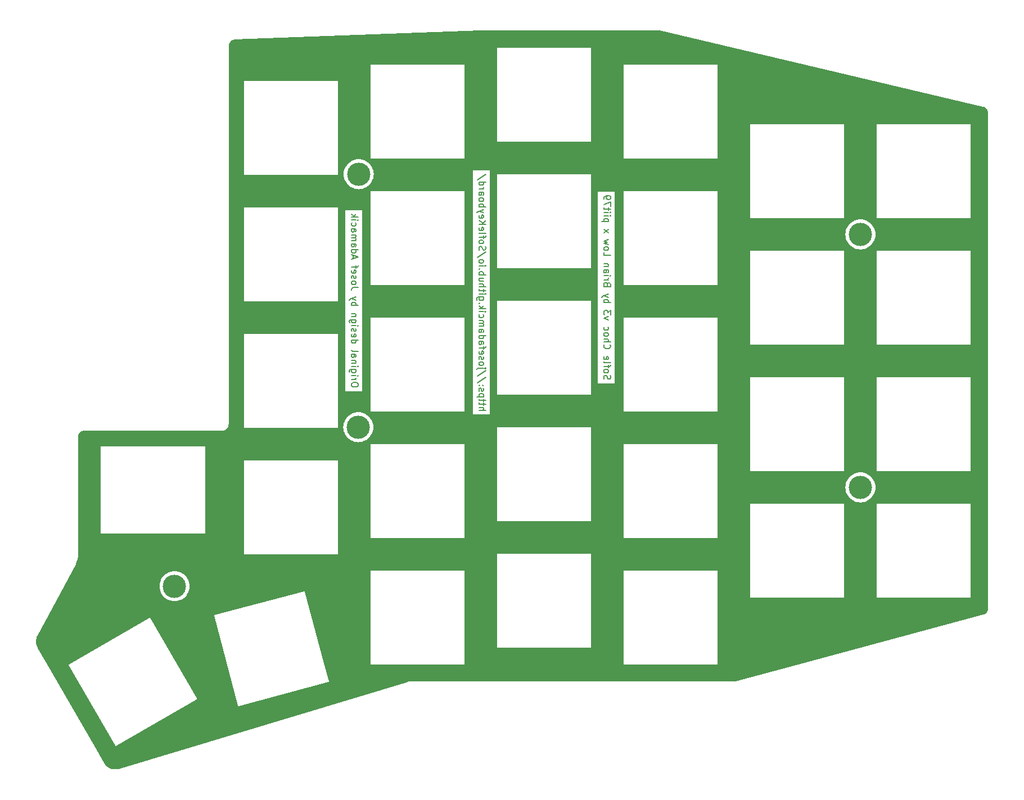
<source format=gbr>
%TF.GenerationSoftware,KiCad,Pcbnew,8.0.4-8.0.4-0~ubuntu24.04.1*%
%TF.CreationDate,2024-08-12T14:45:40+02:00*%
%TF.ProjectId,SofleKeyboardTopPlate,536f666c-654b-4657-9962-6f617264546f,rev?*%
%TF.SameCoordinates,Original*%
%TF.FileFunction,Copper,L2,Bot*%
%TF.FilePolarity,Positive*%
%FSLAX46Y46*%
G04 Gerber Fmt 4.6, Leading zero omitted, Abs format (unit mm)*
G04 Created by KiCad (PCBNEW 8.0.4-8.0.4-0~ubuntu24.04.1) date 2024-08-12 14:45:40*
%MOMM*%
%LPD*%
G01*
G04 APERTURE LIST*
%ADD10C,0.150000*%
%TA.AperFunction,NonConductor*%
%ADD11C,0.150000*%
%TD*%
%ADD12C,0.200000*%
%TA.AperFunction,NonConductor*%
%ADD13C,0.200000*%
%TD*%
%TA.AperFunction,ComponentPad*%
%ADD14C,3.500000*%
%TD*%
G04 APERTURE END LIST*
D10*
D11*
X148845180Y-92514286D02*
X149845180Y-92514286D01*
X148845180Y-92085715D02*
X149368990Y-92085715D01*
X149368990Y-92085715D02*
X149464228Y-92133334D01*
X149464228Y-92133334D02*
X149511847Y-92228572D01*
X149511847Y-92228572D02*
X149511847Y-92371429D01*
X149511847Y-92371429D02*
X149464228Y-92466667D01*
X149464228Y-92466667D02*
X149416609Y-92514286D01*
X149511847Y-91752381D02*
X149511847Y-91371429D01*
X149845180Y-91609524D02*
X148988038Y-91609524D01*
X148988038Y-91609524D02*
X148892800Y-91561905D01*
X148892800Y-91561905D02*
X148845180Y-91466667D01*
X148845180Y-91466667D02*
X148845180Y-91371429D01*
X149511847Y-91180952D02*
X149511847Y-90800000D01*
X149845180Y-91038095D02*
X148988038Y-91038095D01*
X148988038Y-91038095D02*
X148892800Y-90990476D01*
X148892800Y-90990476D02*
X148845180Y-90895238D01*
X148845180Y-90895238D02*
X148845180Y-90800000D01*
X149511847Y-90466666D02*
X148511847Y-90466666D01*
X149464228Y-90466666D02*
X149511847Y-90371428D01*
X149511847Y-90371428D02*
X149511847Y-90180952D01*
X149511847Y-90180952D02*
X149464228Y-90085714D01*
X149464228Y-90085714D02*
X149416609Y-90038095D01*
X149416609Y-90038095D02*
X149321371Y-89990476D01*
X149321371Y-89990476D02*
X149035657Y-89990476D01*
X149035657Y-89990476D02*
X148940419Y-90038095D01*
X148940419Y-90038095D02*
X148892800Y-90085714D01*
X148892800Y-90085714D02*
X148845180Y-90180952D01*
X148845180Y-90180952D02*
X148845180Y-90371428D01*
X148845180Y-90371428D02*
X148892800Y-90466666D01*
X148892800Y-89609523D02*
X148845180Y-89514285D01*
X148845180Y-89514285D02*
X148845180Y-89323809D01*
X148845180Y-89323809D02*
X148892800Y-89228571D01*
X148892800Y-89228571D02*
X148988038Y-89180952D01*
X148988038Y-89180952D02*
X149035657Y-89180952D01*
X149035657Y-89180952D02*
X149130895Y-89228571D01*
X149130895Y-89228571D02*
X149178514Y-89323809D01*
X149178514Y-89323809D02*
X149178514Y-89466666D01*
X149178514Y-89466666D02*
X149226133Y-89561904D01*
X149226133Y-89561904D02*
X149321371Y-89609523D01*
X149321371Y-89609523D02*
X149368990Y-89609523D01*
X149368990Y-89609523D02*
X149464228Y-89561904D01*
X149464228Y-89561904D02*
X149511847Y-89466666D01*
X149511847Y-89466666D02*
X149511847Y-89323809D01*
X149511847Y-89323809D02*
X149464228Y-89228571D01*
X148940419Y-88752380D02*
X148892800Y-88704761D01*
X148892800Y-88704761D02*
X148845180Y-88752380D01*
X148845180Y-88752380D02*
X148892800Y-88799999D01*
X148892800Y-88799999D02*
X148940419Y-88752380D01*
X148940419Y-88752380D02*
X148845180Y-88752380D01*
X149464228Y-88752380D02*
X149416609Y-88704761D01*
X149416609Y-88704761D02*
X149368990Y-88752380D01*
X149368990Y-88752380D02*
X149416609Y-88799999D01*
X149416609Y-88799999D02*
X149464228Y-88752380D01*
X149464228Y-88752380D02*
X149368990Y-88752380D01*
X149892800Y-87561905D02*
X148607085Y-88419047D01*
X149892800Y-86514286D02*
X148607085Y-87371428D01*
X149511847Y-86180952D02*
X148654704Y-86180952D01*
X148654704Y-86180952D02*
X148559466Y-86228571D01*
X148559466Y-86228571D02*
X148511847Y-86323809D01*
X148511847Y-86323809D02*
X148511847Y-86371428D01*
X149845180Y-86180952D02*
X149797561Y-86228571D01*
X149797561Y-86228571D02*
X149749942Y-86180952D01*
X149749942Y-86180952D02*
X149797561Y-86133333D01*
X149797561Y-86133333D02*
X149845180Y-86180952D01*
X149845180Y-86180952D02*
X149749942Y-86180952D01*
X148845180Y-85561905D02*
X148892800Y-85657143D01*
X148892800Y-85657143D02*
X148940419Y-85704762D01*
X148940419Y-85704762D02*
X149035657Y-85752381D01*
X149035657Y-85752381D02*
X149321371Y-85752381D01*
X149321371Y-85752381D02*
X149416609Y-85704762D01*
X149416609Y-85704762D02*
X149464228Y-85657143D01*
X149464228Y-85657143D02*
X149511847Y-85561905D01*
X149511847Y-85561905D02*
X149511847Y-85419048D01*
X149511847Y-85419048D02*
X149464228Y-85323810D01*
X149464228Y-85323810D02*
X149416609Y-85276191D01*
X149416609Y-85276191D02*
X149321371Y-85228572D01*
X149321371Y-85228572D02*
X149035657Y-85228572D01*
X149035657Y-85228572D02*
X148940419Y-85276191D01*
X148940419Y-85276191D02*
X148892800Y-85323810D01*
X148892800Y-85323810D02*
X148845180Y-85419048D01*
X148845180Y-85419048D02*
X148845180Y-85561905D01*
X148892800Y-84847619D02*
X148845180Y-84752381D01*
X148845180Y-84752381D02*
X148845180Y-84561905D01*
X148845180Y-84561905D02*
X148892800Y-84466667D01*
X148892800Y-84466667D02*
X148988038Y-84419048D01*
X148988038Y-84419048D02*
X149035657Y-84419048D01*
X149035657Y-84419048D02*
X149130895Y-84466667D01*
X149130895Y-84466667D02*
X149178514Y-84561905D01*
X149178514Y-84561905D02*
X149178514Y-84704762D01*
X149178514Y-84704762D02*
X149226133Y-84800000D01*
X149226133Y-84800000D02*
X149321371Y-84847619D01*
X149321371Y-84847619D02*
X149368990Y-84847619D01*
X149368990Y-84847619D02*
X149464228Y-84800000D01*
X149464228Y-84800000D02*
X149511847Y-84704762D01*
X149511847Y-84704762D02*
X149511847Y-84561905D01*
X149511847Y-84561905D02*
X149464228Y-84466667D01*
X148892800Y-83609524D02*
X148845180Y-83704762D01*
X148845180Y-83704762D02*
X148845180Y-83895238D01*
X148845180Y-83895238D02*
X148892800Y-83990476D01*
X148892800Y-83990476D02*
X148988038Y-84038095D01*
X148988038Y-84038095D02*
X149368990Y-84038095D01*
X149368990Y-84038095D02*
X149464228Y-83990476D01*
X149464228Y-83990476D02*
X149511847Y-83895238D01*
X149511847Y-83895238D02*
X149511847Y-83704762D01*
X149511847Y-83704762D02*
X149464228Y-83609524D01*
X149464228Y-83609524D02*
X149368990Y-83561905D01*
X149368990Y-83561905D02*
X149273752Y-83561905D01*
X149273752Y-83561905D02*
X149178514Y-84038095D01*
X149511847Y-83276190D02*
X149511847Y-82895238D01*
X148845180Y-83133333D02*
X149702323Y-83133333D01*
X149702323Y-83133333D02*
X149797561Y-83085714D01*
X149797561Y-83085714D02*
X149845180Y-82990476D01*
X149845180Y-82990476D02*
X149845180Y-82895238D01*
X148845180Y-82133333D02*
X149368990Y-82133333D01*
X149368990Y-82133333D02*
X149464228Y-82180952D01*
X149464228Y-82180952D02*
X149511847Y-82276190D01*
X149511847Y-82276190D02*
X149511847Y-82466666D01*
X149511847Y-82466666D02*
X149464228Y-82561904D01*
X148892800Y-82133333D02*
X148845180Y-82228571D01*
X148845180Y-82228571D02*
X148845180Y-82466666D01*
X148845180Y-82466666D02*
X148892800Y-82561904D01*
X148892800Y-82561904D02*
X148988038Y-82609523D01*
X148988038Y-82609523D02*
X149083276Y-82609523D01*
X149083276Y-82609523D02*
X149178514Y-82561904D01*
X149178514Y-82561904D02*
X149226133Y-82466666D01*
X149226133Y-82466666D02*
X149226133Y-82228571D01*
X149226133Y-82228571D02*
X149273752Y-82133333D01*
X148845180Y-81228571D02*
X149845180Y-81228571D01*
X148892800Y-81228571D02*
X148845180Y-81323809D01*
X148845180Y-81323809D02*
X148845180Y-81514285D01*
X148845180Y-81514285D02*
X148892800Y-81609523D01*
X148892800Y-81609523D02*
X148940419Y-81657142D01*
X148940419Y-81657142D02*
X149035657Y-81704761D01*
X149035657Y-81704761D02*
X149321371Y-81704761D01*
X149321371Y-81704761D02*
X149416609Y-81657142D01*
X149416609Y-81657142D02*
X149464228Y-81609523D01*
X149464228Y-81609523D02*
X149511847Y-81514285D01*
X149511847Y-81514285D02*
X149511847Y-81323809D01*
X149511847Y-81323809D02*
X149464228Y-81228571D01*
X148845180Y-80323809D02*
X149368990Y-80323809D01*
X149368990Y-80323809D02*
X149464228Y-80371428D01*
X149464228Y-80371428D02*
X149511847Y-80466666D01*
X149511847Y-80466666D02*
X149511847Y-80657142D01*
X149511847Y-80657142D02*
X149464228Y-80752380D01*
X148892800Y-80323809D02*
X148845180Y-80419047D01*
X148845180Y-80419047D02*
X148845180Y-80657142D01*
X148845180Y-80657142D02*
X148892800Y-80752380D01*
X148892800Y-80752380D02*
X148988038Y-80799999D01*
X148988038Y-80799999D02*
X149083276Y-80799999D01*
X149083276Y-80799999D02*
X149178514Y-80752380D01*
X149178514Y-80752380D02*
X149226133Y-80657142D01*
X149226133Y-80657142D02*
X149226133Y-80419047D01*
X149226133Y-80419047D02*
X149273752Y-80323809D01*
X148845180Y-79847618D02*
X149511847Y-79847618D01*
X149416609Y-79847618D02*
X149464228Y-79799999D01*
X149464228Y-79799999D02*
X149511847Y-79704761D01*
X149511847Y-79704761D02*
X149511847Y-79561904D01*
X149511847Y-79561904D02*
X149464228Y-79466666D01*
X149464228Y-79466666D02*
X149368990Y-79419047D01*
X149368990Y-79419047D02*
X148845180Y-79419047D01*
X149368990Y-79419047D02*
X149464228Y-79371428D01*
X149464228Y-79371428D02*
X149511847Y-79276190D01*
X149511847Y-79276190D02*
X149511847Y-79133333D01*
X149511847Y-79133333D02*
X149464228Y-79038094D01*
X149464228Y-79038094D02*
X149368990Y-78990475D01*
X149368990Y-78990475D02*
X148845180Y-78990475D01*
X148892800Y-78085714D02*
X148845180Y-78180952D01*
X148845180Y-78180952D02*
X148845180Y-78371428D01*
X148845180Y-78371428D02*
X148892800Y-78466666D01*
X148892800Y-78466666D02*
X148940419Y-78514285D01*
X148940419Y-78514285D02*
X149035657Y-78561904D01*
X149035657Y-78561904D02*
X149321371Y-78561904D01*
X149321371Y-78561904D02*
X149416609Y-78514285D01*
X149416609Y-78514285D02*
X149464228Y-78466666D01*
X149464228Y-78466666D02*
X149511847Y-78371428D01*
X149511847Y-78371428D02*
X149511847Y-78180952D01*
X149511847Y-78180952D02*
X149464228Y-78085714D01*
X148845180Y-77657142D02*
X149511847Y-77657142D01*
X149845180Y-77657142D02*
X149797561Y-77704761D01*
X149797561Y-77704761D02*
X149749942Y-77657142D01*
X149749942Y-77657142D02*
X149797561Y-77609523D01*
X149797561Y-77609523D02*
X149845180Y-77657142D01*
X149845180Y-77657142D02*
X149749942Y-77657142D01*
X148845180Y-77180952D02*
X149845180Y-77180952D01*
X149226133Y-77085714D02*
X148845180Y-76800000D01*
X149511847Y-76800000D02*
X149130895Y-77180952D01*
X148940419Y-76371428D02*
X148892800Y-76323809D01*
X148892800Y-76323809D02*
X148845180Y-76371428D01*
X148845180Y-76371428D02*
X148892800Y-76419047D01*
X148892800Y-76419047D02*
X148940419Y-76371428D01*
X148940419Y-76371428D02*
X148845180Y-76371428D01*
X149511847Y-75466667D02*
X148702323Y-75466667D01*
X148702323Y-75466667D02*
X148607085Y-75514286D01*
X148607085Y-75514286D02*
X148559466Y-75561905D01*
X148559466Y-75561905D02*
X148511847Y-75657143D01*
X148511847Y-75657143D02*
X148511847Y-75800000D01*
X148511847Y-75800000D02*
X148559466Y-75895238D01*
X148892800Y-75466667D02*
X148845180Y-75561905D01*
X148845180Y-75561905D02*
X148845180Y-75752381D01*
X148845180Y-75752381D02*
X148892800Y-75847619D01*
X148892800Y-75847619D02*
X148940419Y-75895238D01*
X148940419Y-75895238D02*
X149035657Y-75942857D01*
X149035657Y-75942857D02*
X149321371Y-75942857D01*
X149321371Y-75942857D02*
X149416609Y-75895238D01*
X149416609Y-75895238D02*
X149464228Y-75847619D01*
X149464228Y-75847619D02*
X149511847Y-75752381D01*
X149511847Y-75752381D02*
X149511847Y-75561905D01*
X149511847Y-75561905D02*
X149464228Y-75466667D01*
X148845180Y-74990476D02*
X149511847Y-74990476D01*
X149845180Y-74990476D02*
X149797561Y-75038095D01*
X149797561Y-75038095D02*
X149749942Y-74990476D01*
X149749942Y-74990476D02*
X149797561Y-74942857D01*
X149797561Y-74942857D02*
X149845180Y-74990476D01*
X149845180Y-74990476D02*
X149749942Y-74990476D01*
X149511847Y-74657143D02*
X149511847Y-74276191D01*
X149845180Y-74514286D02*
X148988038Y-74514286D01*
X148988038Y-74514286D02*
X148892800Y-74466667D01*
X148892800Y-74466667D02*
X148845180Y-74371429D01*
X148845180Y-74371429D02*
X148845180Y-74276191D01*
X148845180Y-73942857D02*
X149845180Y-73942857D01*
X148845180Y-73514286D02*
X149368990Y-73514286D01*
X149368990Y-73514286D02*
X149464228Y-73561905D01*
X149464228Y-73561905D02*
X149511847Y-73657143D01*
X149511847Y-73657143D02*
X149511847Y-73800000D01*
X149511847Y-73800000D02*
X149464228Y-73895238D01*
X149464228Y-73895238D02*
X149416609Y-73942857D01*
X149511847Y-72609524D02*
X148845180Y-72609524D01*
X149511847Y-73038095D02*
X148988038Y-73038095D01*
X148988038Y-73038095D02*
X148892800Y-72990476D01*
X148892800Y-72990476D02*
X148845180Y-72895238D01*
X148845180Y-72895238D02*
X148845180Y-72752381D01*
X148845180Y-72752381D02*
X148892800Y-72657143D01*
X148892800Y-72657143D02*
X148940419Y-72609524D01*
X148845180Y-72133333D02*
X149845180Y-72133333D01*
X149464228Y-72133333D02*
X149511847Y-72038095D01*
X149511847Y-72038095D02*
X149511847Y-71847619D01*
X149511847Y-71847619D02*
X149464228Y-71752381D01*
X149464228Y-71752381D02*
X149416609Y-71704762D01*
X149416609Y-71704762D02*
X149321371Y-71657143D01*
X149321371Y-71657143D02*
X149035657Y-71657143D01*
X149035657Y-71657143D02*
X148940419Y-71704762D01*
X148940419Y-71704762D02*
X148892800Y-71752381D01*
X148892800Y-71752381D02*
X148845180Y-71847619D01*
X148845180Y-71847619D02*
X148845180Y-72038095D01*
X148845180Y-72038095D02*
X148892800Y-72133333D01*
X148940419Y-71228571D02*
X148892800Y-71180952D01*
X148892800Y-71180952D02*
X148845180Y-71228571D01*
X148845180Y-71228571D02*
X148892800Y-71276190D01*
X148892800Y-71276190D02*
X148940419Y-71228571D01*
X148940419Y-71228571D02*
X148845180Y-71228571D01*
X148845180Y-70752381D02*
X149511847Y-70752381D01*
X149845180Y-70752381D02*
X149797561Y-70800000D01*
X149797561Y-70800000D02*
X149749942Y-70752381D01*
X149749942Y-70752381D02*
X149797561Y-70704762D01*
X149797561Y-70704762D02*
X149845180Y-70752381D01*
X149845180Y-70752381D02*
X149749942Y-70752381D01*
X148845180Y-70133334D02*
X148892800Y-70228572D01*
X148892800Y-70228572D02*
X148940419Y-70276191D01*
X148940419Y-70276191D02*
X149035657Y-70323810D01*
X149035657Y-70323810D02*
X149321371Y-70323810D01*
X149321371Y-70323810D02*
X149416609Y-70276191D01*
X149416609Y-70276191D02*
X149464228Y-70228572D01*
X149464228Y-70228572D02*
X149511847Y-70133334D01*
X149511847Y-70133334D02*
X149511847Y-69990477D01*
X149511847Y-69990477D02*
X149464228Y-69895239D01*
X149464228Y-69895239D02*
X149416609Y-69847620D01*
X149416609Y-69847620D02*
X149321371Y-69800001D01*
X149321371Y-69800001D02*
X149035657Y-69800001D01*
X149035657Y-69800001D02*
X148940419Y-69847620D01*
X148940419Y-69847620D02*
X148892800Y-69895239D01*
X148892800Y-69895239D02*
X148845180Y-69990477D01*
X148845180Y-69990477D02*
X148845180Y-70133334D01*
X149892800Y-68657144D02*
X148607085Y-69514286D01*
X148892800Y-68371429D02*
X148845180Y-68228572D01*
X148845180Y-68228572D02*
X148845180Y-67990477D01*
X148845180Y-67990477D02*
X148892800Y-67895239D01*
X148892800Y-67895239D02*
X148940419Y-67847620D01*
X148940419Y-67847620D02*
X149035657Y-67800001D01*
X149035657Y-67800001D02*
X149130895Y-67800001D01*
X149130895Y-67800001D02*
X149226133Y-67847620D01*
X149226133Y-67847620D02*
X149273752Y-67895239D01*
X149273752Y-67895239D02*
X149321371Y-67990477D01*
X149321371Y-67990477D02*
X149368990Y-68180953D01*
X149368990Y-68180953D02*
X149416609Y-68276191D01*
X149416609Y-68276191D02*
X149464228Y-68323810D01*
X149464228Y-68323810D02*
X149559466Y-68371429D01*
X149559466Y-68371429D02*
X149654704Y-68371429D01*
X149654704Y-68371429D02*
X149749942Y-68323810D01*
X149749942Y-68323810D02*
X149797561Y-68276191D01*
X149797561Y-68276191D02*
X149845180Y-68180953D01*
X149845180Y-68180953D02*
X149845180Y-67942858D01*
X149845180Y-67942858D02*
X149797561Y-67800001D01*
X148845180Y-67228572D02*
X148892800Y-67323810D01*
X148892800Y-67323810D02*
X148940419Y-67371429D01*
X148940419Y-67371429D02*
X149035657Y-67419048D01*
X149035657Y-67419048D02*
X149321371Y-67419048D01*
X149321371Y-67419048D02*
X149416609Y-67371429D01*
X149416609Y-67371429D02*
X149464228Y-67323810D01*
X149464228Y-67323810D02*
X149511847Y-67228572D01*
X149511847Y-67228572D02*
X149511847Y-67085715D01*
X149511847Y-67085715D02*
X149464228Y-66990477D01*
X149464228Y-66990477D02*
X149416609Y-66942858D01*
X149416609Y-66942858D02*
X149321371Y-66895239D01*
X149321371Y-66895239D02*
X149035657Y-66895239D01*
X149035657Y-66895239D02*
X148940419Y-66942858D01*
X148940419Y-66942858D02*
X148892800Y-66990477D01*
X148892800Y-66990477D02*
X148845180Y-67085715D01*
X148845180Y-67085715D02*
X148845180Y-67228572D01*
X149511847Y-66609524D02*
X149511847Y-66228572D01*
X148845180Y-66466667D02*
X149702323Y-66466667D01*
X149702323Y-66466667D02*
X149797561Y-66419048D01*
X149797561Y-66419048D02*
X149845180Y-66323810D01*
X149845180Y-66323810D02*
X149845180Y-66228572D01*
X148845180Y-65752381D02*
X148892800Y-65847619D01*
X148892800Y-65847619D02*
X148988038Y-65895238D01*
X148988038Y-65895238D02*
X149845180Y-65895238D01*
X148892800Y-64990476D02*
X148845180Y-65085714D01*
X148845180Y-65085714D02*
X148845180Y-65276190D01*
X148845180Y-65276190D02*
X148892800Y-65371428D01*
X148892800Y-65371428D02*
X148988038Y-65419047D01*
X148988038Y-65419047D02*
X149368990Y-65419047D01*
X149368990Y-65419047D02*
X149464228Y-65371428D01*
X149464228Y-65371428D02*
X149511847Y-65276190D01*
X149511847Y-65276190D02*
X149511847Y-65085714D01*
X149511847Y-65085714D02*
X149464228Y-64990476D01*
X149464228Y-64990476D02*
X149368990Y-64942857D01*
X149368990Y-64942857D02*
X149273752Y-64942857D01*
X149273752Y-64942857D02*
X149178514Y-65419047D01*
X148845180Y-64514285D02*
X149845180Y-64514285D01*
X148845180Y-63942857D02*
X149416609Y-64371428D01*
X149845180Y-63942857D02*
X149273752Y-64514285D01*
X148892800Y-63133333D02*
X148845180Y-63228571D01*
X148845180Y-63228571D02*
X148845180Y-63419047D01*
X148845180Y-63419047D02*
X148892800Y-63514285D01*
X148892800Y-63514285D02*
X148988038Y-63561904D01*
X148988038Y-63561904D02*
X149368990Y-63561904D01*
X149368990Y-63561904D02*
X149464228Y-63514285D01*
X149464228Y-63514285D02*
X149511847Y-63419047D01*
X149511847Y-63419047D02*
X149511847Y-63228571D01*
X149511847Y-63228571D02*
X149464228Y-63133333D01*
X149464228Y-63133333D02*
X149368990Y-63085714D01*
X149368990Y-63085714D02*
X149273752Y-63085714D01*
X149273752Y-63085714D02*
X149178514Y-63561904D01*
X149511847Y-62752380D02*
X148845180Y-62514285D01*
X149511847Y-62276190D02*
X148845180Y-62514285D01*
X148845180Y-62514285D02*
X148607085Y-62609523D01*
X148607085Y-62609523D02*
X148559466Y-62657142D01*
X148559466Y-62657142D02*
X148511847Y-62752380D01*
X148845180Y-61895237D02*
X149845180Y-61895237D01*
X149464228Y-61895237D02*
X149511847Y-61799999D01*
X149511847Y-61799999D02*
X149511847Y-61609523D01*
X149511847Y-61609523D02*
X149464228Y-61514285D01*
X149464228Y-61514285D02*
X149416609Y-61466666D01*
X149416609Y-61466666D02*
X149321371Y-61419047D01*
X149321371Y-61419047D02*
X149035657Y-61419047D01*
X149035657Y-61419047D02*
X148940419Y-61466666D01*
X148940419Y-61466666D02*
X148892800Y-61514285D01*
X148892800Y-61514285D02*
X148845180Y-61609523D01*
X148845180Y-61609523D02*
X148845180Y-61799999D01*
X148845180Y-61799999D02*
X148892800Y-61895237D01*
X148845180Y-60847618D02*
X148892800Y-60942856D01*
X148892800Y-60942856D02*
X148940419Y-60990475D01*
X148940419Y-60990475D02*
X149035657Y-61038094D01*
X149035657Y-61038094D02*
X149321371Y-61038094D01*
X149321371Y-61038094D02*
X149416609Y-60990475D01*
X149416609Y-60990475D02*
X149464228Y-60942856D01*
X149464228Y-60942856D02*
X149511847Y-60847618D01*
X149511847Y-60847618D02*
X149511847Y-60704761D01*
X149511847Y-60704761D02*
X149464228Y-60609523D01*
X149464228Y-60609523D02*
X149416609Y-60561904D01*
X149416609Y-60561904D02*
X149321371Y-60514285D01*
X149321371Y-60514285D02*
X149035657Y-60514285D01*
X149035657Y-60514285D02*
X148940419Y-60561904D01*
X148940419Y-60561904D02*
X148892800Y-60609523D01*
X148892800Y-60609523D02*
X148845180Y-60704761D01*
X148845180Y-60704761D02*
X148845180Y-60847618D01*
X148845180Y-59657142D02*
X149368990Y-59657142D01*
X149368990Y-59657142D02*
X149464228Y-59704761D01*
X149464228Y-59704761D02*
X149511847Y-59799999D01*
X149511847Y-59799999D02*
X149511847Y-59990475D01*
X149511847Y-59990475D02*
X149464228Y-60085713D01*
X148892800Y-59657142D02*
X148845180Y-59752380D01*
X148845180Y-59752380D02*
X148845180Y-59990475D01*
X148845180Y-59990475D02*
X148892800Y-60085713D01*
X148892800Y-60085713D02*
X148988038Y-60133332D01*
X148988038Y-60133332D02*
X149083276Y-60133332D01*
X149083276Y-60133332D02*
X149178514Y-60085713D01*
X149178514Y-60085713D02*
X149226133Y-59990475D01*
X149226133Y-59990475D02*
X149226133Y-59752380D01*
X149226133Y-59752380D02*
X149273752Y-59657142D01*
X148845180Y-59180951D02*
X149511847Y-59180951D01*
X149321371Y-59180951D02*
X149416609Y-59133332D01*
X149416609Y-59133332D02*
X149464228Y-59085713D01*
X149464228Y-59085713D02*
X149511847Y-58990475D01*
X149511847Y-58990475D02*
X149511847Y-58895237D01*
X148845180Y-58133332D02*
X149845180Y-58133332D01*
X148892800Y-58133332D02*
X148845180Y-58228570D01*
X148845180Y-58228570D02*
X148845180Y-58419046D01*
X148845180Y-58419046D02*
X148892800Y-58514284D01*
X148892800Y-58514284D02*
X148940419Y-58561903D01*
X148940419Y-58561903D02*
X149035657Y-58609522D01*
X149035657Y-58609522D02*
X149321371Y-58609522D01*
X149321371Y-58609522D02*
X149416609Y-58561903D01*
X149416609Y-58561903D02*
X149464228Y-58514284D01*
X149464228Y-58514284D02*
X149511847Y-58419046D01*
X149511847Y-58419046D02*
X149511847Y-58228570D01*
X149511847Y-58228570D02*
X149464228Y-58133332D01*
X149892800Y-56942856D02*
X148607085Y-57799998D01*
D12*
D13*
X130647780Y-88761905D02*
X130647780Y-88571429D01*
X130647780Y-88571429D02*
X130600161Y-88476191D01*
X130600161Y-88476191D02*
X130504923Y-88380953D01*
X130504923Y-88380953D02*
X130314447Y-88333334D01*
X130314447Y-88333334D02*
X129981114Y-88333334D01*
X129981114Y-88333334D02*
X129790638Y-88380953D01*
X129790638Y-88380953D02*
X129695400Y-88476191D01*
X129695400Y-88476191D02*
X129647780Y-88571429D01*
X129647780Y-88571429D02*
X129647780Y-88761905D01*
X129647780Y-88761905D02*
X129695400Y-88857143D01*
X129695400Y-88857143D02*
X129790638Y-88952381D01*
X129790638Y-88952381D02*
X129981114Y-89000000D01*
X129981114Y-89000000D02*
X130314447Y-89000000D01*
X130314447Y-89000000D02*
X130504923Y-88952381D01*
X130504923Y-88952381D02*
X130600161Y-88857143D01*
X130600161Y-88857143D02*
X130647780Y-88761905D01*
X129647780Y-87904762D02*
X130314447Y-87904762D01*
X130123971Y-87904762D02*
X130219209Y-87857143D01*
X130219209Y-87857143D02*
X130266828Y-87809524D01*
X130266828Y-87809524D02*
X130314447Y-87714286D01*
X130314447Y-87714286D02*
X130314447Y-87619048D01*
X129647780Y-87285714D02*
X130314447Y-87285714D01*
X130647780Y-87285714D02*
X130600161Y-87333333D01*
X130600161Y-87333333D02*
X130552542Y-87285714D01*
X130552542Y-87285714D02*
X130600161Y-87238095D01*
X130600161Y-87238095D02*
X130647780Y-87285714D01*
X130647780Y-87285714D02*
X130552542Y-87285714D01*
X130314447Y-86380953D02*
X129504923Y-86380953D01*
X129504923Y-86380953D02*
X129409685Y-86428572D01*
X129409685Y-86428572D02*
X129362066Y-86476191D01*
X129362066Y-86476191D02*
X129314447Y-86571429D01*
X129314447Y-86571429D02*
X129314447Y-86714286D01*
X129314447Y-86714286D02*
X129362066Y-86809524D01*
X129695400Y-86380953D02*
X129647780Y-86476191D01*
X129647780Y-86476191D02*
X129647780Y-86666667D01*
X129647780Y-86666667D02*
X129695400Y-86761905D01*
X129695400Y-86761905D02*
X129743019Y-86809524D01*
X129743019Y-86809524D02*
X129838257Y-86857143D01*
X129838257Y-86857143D02*
X130123971Y-86857143D01*
X130123971Y-86857143D02*
X130219209Y-86809524D01*
X130219209Y-86809524D02*
X130266828Y-86761905D01*
X130266828Y-86761905D02*
X130314447Y-86666667D01*
X130314447Y-86666667D02*
X130314447Y-86476191D01*
X130314447Y-86476191D02*
X130266828Y-86380953D01*
X129647780Y-85904762D02*
X130314447Y-85904762D01*
X130647780Y-85904762D02*
X130600161Y-85952381D01*
X130600161Y-85952381D02*
X130552542Y-85904762D01*
X130552542Y-85904762D02*
X130600161Y-85857143D01*
X130600161Y-85857143D02*
X130647780Y-85904762D01*
X130647780Y-85904762D02*
X130552542Y-85904762D01*
X130314447Y-85428572D02*
X129647780Y-85428572D01*
X130219209Y-85428572D02*
X130266828Y-85380953D01*
X130266828Y-85380953D02*
X130314447Y-85285715D01*
X130314447Y-85285715D02*
X130314447Y-85142858D01*
X130314447Y-85142858D02*
X130266828Y-85047620D01*
X130266828Y-85047620D02*
X130171590Y-85000001D01*
X130171590Y-85000001D02*
X129647780Y-85000001D01*
X129647780Y-84095239D02*
X130171590Y-84095239D01*
X130171590Y-84095239D02*
X130266828Y-84142858D01*
X130266828Y-84142858D02*
X130314447Y-84238096D01*
X130314447Y-84238096D02*
X130314447Y-84428572D01*
X130314447Y-84428572D02*
X130266828Y-84523810D01*
X129695400Y-84095239D02*
X129647780Y-84190477D01*
X129647780Y-84190477D02*
X129647780Y-84428572D01*
X129647780Y-84428572D02*
X129695400Y-84523810D01*
X129695400Y-84523810D02*
X129790638Y-84571429D01*
X129790638Y-84571429D02*
X129885876Y-84571429D01*
X129885876Y-84571429D02*
X129981114Y-84523810D01*
X129981114Y-84523810D02*
X130028733Y-84428572D01*
X130028733Y-84428572D02*
X130028733Y-84190477D01*
X130028733Y-84190477D02*
X130076352Y-84095239D01*
X129647780Y-83476191D02*
X129695400Y-83571429D01*
X129695400Y-83571429D02*
X129790638Y-83619048D01*
X129790638Y-83619048D02*
X130647780Y-83619048D01*
X129647780Y-81904762D02*
X130647780Y-81904762D01*
X129695400Y-81904762D02*
X129647780Y-82000000D01*
X129647780Y-82000000D02*
X129647780Y-82190476D01*
X129647780Y-82190476D02*
X129695400Y-82285714D01*
X129695400Y-82285714D02*
X129743019Y-82333333D01*
X129743019Y-82333333D02*
X129838257Y-82380952D01*
X129838257Y-82380952D02*
X130123971Y-82380952D01*
X130123971Y-82380952D02*
X130219209Y-82333333D01*
X130219209Y-82333333D02*
X130266828Y-82285714D01*
X130266828Y-82285714D02*
X130314447Y-82190476D01*
X130314447Y-82190476D02*
X130314447Y-82000000D01*
X130314447Y-82000000D02*
X130266828Y-81904762D01*
X129695400Y-81047619D02*
X129647780Y-81142857D01*
X129647780Y-81142857D02*
X129647780Y-81333333D01*
X129647780Y-81333333D02*
X129695400Y-81428571D01*
X129695400Y-81428571D02*
X129790638Y-81476190D01*
X129790638Y-81476190D02*
X130171590Y-81476190D01*
X130171590Y-81476190D02*
X130266828Y-81428571D01*
X130266828Y-81428571D02*
X130314447Y-81333333D01*
X130314447Y-81333333D02*
X130314447Y-81142857D01*
X130314447Y-81142857D02*
X130266828Y-81047619D01*
X130266828Y-81047619D02*
X130171590Y-81000000D01*
X130171590Y-81000000D02*
X130076352Y-81000000D01*
X130076352Y-81000000D02*
X129981114Y-81476190D01*
X129695400Y-80619047D02*
X129647780Y-80523809D01*
X129647780Y-80523809D02*
X129647780Y-80333333D01*
X129647780Y-80333333D02*
X129695400Y-80238095D01*
X129695400Y-80238095D02*
X129790638Y-80190476D01*
X129790638Y-80190476D02*
X129838257Y-80190476D01*
X129838257Y-80190476D02*
X129933495Y-80238095D01*
X129933495Y-80238095D02*
X129981114Y-80333333D01*
X129981114Y-80333333D02*
X129981114Y-80476190D01*
X129981114Y-80476190D02*
X130028733Y-80571428D01*
X130028733Y-80571428D02*
X130123971Y-80619047D01*
X130123971Y-80619047D02*
X130171590Y-80619047D01*
X130171590Y-80619047D02*
X130266828Y-80571428D01*
X130266828Y-80571428D02*
X130314447Y-80476190D01*
X130314447Y-80476190D02*
X130314447Y-80333333D01*
X130314447Y-80333333D02*
X130266828Y-80238095D01*
X129647780Y-79761904D02*
X130314447Y-79761904D01*
X130647780Y-79761904D02*
X130600161Y-79809523D01*
X130600161Y-79809523D02*
X130552542Y-79761904D01*
X130552542Y-79761904D02*
X130600161Y-79714285D01*
X130600161Y-79714285D02*
X130647780Y-79761904D01*
X130647780Y-79761904D02*
X130552542Y-79761904D01*
X130314447Y-78857143D02*
X129504923Y-78857143D01*
X129504923Y-78857143D02*
X129409685Y-78904762D01*
X129409685Y-78904762D02*
X129362066Y-78952381D01*
X129362066Y-78952381D02*
X129314447Y-79047619D01*
X129314447Y-79047619D02*
X129314447Y-79190476D01*
X129314447Y-79190476D02*
X129362066Y-79285714D01*
X129695400Y-78857143D02*
X129647780Y-78952381D01*
X129647780Y-78952381D02*
X129647780Y-79142857D01*
X129647780Y-79142857D02*
X129695400Y-79238095D01*
X129695400Y-79238095D02*
X129743019Y-79285714D01*
X129743019Y-79285714D02*
X129838257Y-79333333D01*
X129838257Y-79333333D02*
X130123971Y-79333333D01*
X130123971Y-79333333D02*
X130219209Y-79285714D01*
X130219209Y-79285714D02*
X130266828Y-79238095D01*
X130266828Y-79238095D02*
X130314447Y-79142857D01*
X130314447Y-79142857D02*
X130314447Y-78952381D01*
X130314447Y-78952381D02*
X130266828Y-78857143D01*
X130314447Y-78380952D02*
X129647780Y-78380952D01*
X130219209Y-78380952D02*
X130266828Y-78333333D01*
X130266828Y-78333333D02*
X130314447Y-78238095D01*
X130314447Y-78238095D02*
X130314447Y-78095238D01*
X130314447Y-78095238D02*
X130266828Y-78000000D01*
X130266828Y-78000000D02*
X130171590Y-77952381D01*
X130171590Y-77952381D02*
X129647780Y-77952381D01*
X129647780Y-76714285D02*
X130647780Y-76714285D01*
X130266828Y-76714285D02*
X130314447Y-76619047D01*
X130314447Y-76619047D02*
X130314447Y-76428571D01*
X130314447Y-76428571D02*
X130266828Y-76333333D01*
X130266828Y-76333333D02*
X130219209Y-76285714D01*
X130219209Y-76285714D02*
X130123971Y-76238095D01*
X130123971Y-76238095D02*
X129838257Y-76238095D01*
X129838257Y-76238095D02*
X129743019Y-76285714D01*
X129743019Y-76285714D02*
X129695400Y-76333333D01*
X129695400Y-76333333D02*
X129647780Y-76428571D01*
X129647780Y-76428571D02*
X129647780Y-76619047D01*
X129647780Y-76619047D02*
X129695400Y-76714285D01*
X130314447Y-75904761D02*
X129647780Y-75666666D01*
X130314447Y-75428571D02*
X129647780Y-75666666D01*
X129647780Y-75666666D02*
X129409685Y-75761904D01*
X129409685Y-75761904D02*
X129362066Y-75809523D01*
X129362066Y-75809523D02*
X129314447Y-75904761D01*
X130647780Y-73999999D02*
X129933495Y-73999999D01*
X129933495Y-73999999D02*
X129790638Y-74047618D01*
X129790638Y-74047618D02*
X129695400Y-74142856D01*
X129695400Y-74142856D02*
X129647780Y-74285713D01*
X129647780Y-74285713D02*
X129647780Y-74380951D01*
X129647780Y-73380951D02*
X129695400Y-73476189D01*
X129695400Y-73476189D02*
X129743019Y-73523808D01*
X129743019Y-73523808D02*
X129838257Y-73571427D01*
X129838257Y-73571427D02*
X130123971Y-73571427D01*
X130123971Y-73571427D02*
X130219209Y-73523808D01*
X130219209Y-73523808D02*
X130266828Y-73476189D01*
X130266828Y-73476189D02*
X130314447Y-73380951D01*
X130314447Y-73380951D02*
X130314447Y-73238094D01*
X130314447Y-73238094D02*
X130266828Y-73142856D01*
X130266828Y-73142856D02*
X130219209Y-73095237D01*
X130219209Y-73095237D02*
X130123971Y-73047618D01*
X130123971Y-73047618D02*
X129838257Y-73047618D01*
X129838257Y-73047618D02*
X129743019Y-73095237D01*
X129743019Y-73095237D02*
X129695400Y-73142856D01*
X129695400Y-73142856D02*
X129647780Y-73238094D01*
X129647780Y-73238094D02*
X129647780Y-73380951D01*
X129695400Y-72666665D02*
X129647780Y-72571427D01*
X129647780Y-72571427D02*
X129647780Y-72380951D01*
X129647780Y-72380951D02*
X129695400Y-72285713D01*
X129695400Y-72285713D02*
X129790638Y-72238094D01*
X129790638Y-72238094D02*
X129838257Y-72238094D01*
X129838257Y-72238094D02*
X129933495Y-72285713D01*
X129933495Y-72285713D02*
X129981114Y-72380951D01*
X129981114Y-72380951D02*
X129981114Y-72523808D01*
X129981114Y-72523808D02*
X130028733Y-72619046D01*
X130028733Y-72619046D02*
X130123971Y-72666665D01*
X130123971Y-72666665D02*
X130171590Y-72666665D01*
X130171590Y-72666665D02*
X130266828Y-72619046D01*
X130266828Y-72619046D02*
X130314447Y-72523808D01*
X130314447Y-72523808D02*
X130314447Y-72380951D01*
X130314447Y-72380951D02*
X130266828Y-72285713D01*
X129695400Y-71428570D02*
X129647780Y-71523808D01*
X129647780Y-71523808D02*
X129647780Y-71714284D01*
X129647780Y-71714284D02*
X129695400Y-71809522D01*
X129695400Y-71809522D02*
X129790638Y-71857141D01*
X129790638Y-71857141D02*
X130171590Y-71857141D01*
X130171590Y-71857141D02*
X130266828Y-71809522D01*
X130266828Y-71809522D02*
X130314447Y-71714284D01*
X130314447Y-71714284D02*
X130314447Y-71523808D01*
X130314447Y-71523808D02*
X130266828Y-71428570D01*
X130266828Y-71428570D02*
X130171590Y-71380951D01*
X130171590Y-71380951D02*
X130076352Y-71380951D01*
X130076352Y-71380951D02*
X129981114Y-71857141D01*
X130314447Y-71095236D02*
X130314447Y-70714284D01*
X129647780Y-70952379D02*
X130504923Y-70952379D01*
X130504923Y-70952379D02*
X130600161Y-70904760D01*
X130600161Y-70904760D02*
X130647780Y-70809522D01*
X130647780Y-70809522D02*
X130647780Y-70714284D01*
X129933495Y-69666664D02*
X129933495Y-69190474D01*
X129647780Y-69761902D02*
X130647780Y-69428569D01*
X130647780Y-69428569D02*
X129647780Y-69095236D01*
X129647780Y-68333331D02*
X130647780Y-68333331D01*
X129695400Y-68333331D02*
X129647780Y-68428569D01*
X129647780Y-68428569D02*
X129647780Y-68619045D01*
X129647780Y-68619045D02*
X129695400Y-68714283D01*
X129695400Y-68714283D02*
X129743019Y-68761902D01*
X129743019Y-68761902D02*
X129838257Y-68809521D01*
X129838257Y-68809521D02*
X130123971Y-68809521D01*
X130123971Y-68809521D02*
X130219209Y-68761902D01*
X130219209Y-68761902D02*
X130266828Y-68714283D01*
X130266828Y-68714283D02*
X130314447Y-68619045D01*
X130314447Y-68619045D02*
X130314447Y-68428569D01*
X130314447Y-68428569D02*
X130266828Y-68333331D01*
X129647780Y-67428569D02*
X130171590Y-67428569D01*
X130171590Y-67428569D02*
X130266828Y-67476188D01*
X130266828Y-67476188D02*
X130314447Y-67571426D01*
X130314447Y-67571426D02*
X130314447Y-67761902D01*
X130314447Y-67761902D02*
X130266828Y-67857140D01*
X129695400Y-67428569D02*
X129647780Y-67523807D01*
X129647780Y-67523807D02*
X129647780Y-67761902D01*
X129647780Y-67761902D02*
X129695400Y-67857140D01*
X129695400Y-67857140D02*
X129790638Y-67904759D01*
X129790638Y-67904759D02*
X129885876Y-67904759D01*
X129885876Y-67904759D02*
X129981114Y-67857140D01*
X129981114Y-67857140D02*
X130028733Y-67761902D01*
X130028733Y-67761902D02*
X130028733Y-67523807D01*
X130028733Y-67523807D02*
X130076352Y-67428569D01*
X129647780Y-66952378D02*
X130314447Y-66952378D01*
X130219209Y-66952378D02*
X130266828Y-66904759D01*
X130266828Y-66904759D02*
X130314447Y-66809521D01*
X130314447Y-66809521D02*
X130314447Y-66666664D01*
X130314447Y-66666664D02*
X130266828Y-66571426D01*
X130266828Y-66571426D02*
X130171590Y-66523807D01*
X130171590Y-66523807D02*
X129647780Y-66523807D01*
X130171590Y-66523807D02*
X130266828Y-66476188D01*
X130266828Y-66476188D02*
X130314447Y-66380950D01*
X130314447Y-66380950D02*
X130314447Y-66238093D01*
X130314447Y-66238093D02*
X130266828Y-66142854D01*
X130266828Y-66142854D02*
X130171590Y-66095235D01*
X130171590Y-66095235D02*
X129647780Y-66095235D01*
X129647780Y-65190474D02*
X130171590Y-65190474D01*
X130171590Y-65190474D02*
X130266828Y-65238093D01*
X130266828Y-65238093D02*
X130314447Y-65333331D01*
X130314447Y-65333331D02*
X130314447Y-65523807D01*
X130314447Y-65523807D02*
X130266828Y-65619045D01*
X129695400Y-65190474D02*
X129647780Y-65285712D01*
X129647780Y-65285712D02*
X129647780Y-65523807D01*
X129647780Y-65523807D02*
X129695400Y-65619045D01*
X129695400Y-65619045D02*
X129790638Y-65666664D01*
X129790638Y-65666664D02*
X129885876Y-65666664D01*
X129885876Y-65666664D02*
X129981114Y-65619045D01*
X129981114Y-65619045D02*
X130028733Y-65523807D01*
X130028733Y-65523807D02*
X130028733Y-65285712D01*
X130028733Y-65285712D02*
X130076352Y-65190474D01*
X129695400Y-64285712D02*
X129647780Y-64380950D01*
X129647780Y-64380950D02*
X129647780Y-64571426D01*
X129647780Y-64571426D02*
X129695400Y-64666664D01*
X129695400Y-64666664D02*
X129743019Y-64714283D01*
X129743019Y-64714283D02*
X129838257Y-64761902D01*
X129838257Y-64761902D02*
X130123971Y-64761902D01*
X130123971Y-64761902D02*
X130219209Y-64714283D01*
X130219209Y-64714283D02*
X130266828Y-64666664D01*
X130266828Y-64666664D02*
X130314447Y-64571426D01*
X130314447Y-64571426D02*
X130314447Y-64380950D01*
X130314447Y-64380950D02*
X130266828Y-64285712D01*
X129647780Y-63857140D02*
X130314447Y-63857140D01*
X130647780Y-63857140D02*
X130600161Y-63904759D01*
X130600161Y-63904759D02*
X130552542Y-63857140D01*
X130552542Y-63857140D02*
X130600161Y-63809521D01*
X130600161Y-63809521D02*
X130647780Y-63857140D01*
X130647780Y-63857140D02*
X130552542Y-63857140D01*
X129647780Y-63380950D02*
X130647780Y-63380950D01*
X130028733Y-63285712D02*
X129647780Y-62999998D01*
X130314447Y-62999998D02*
X129933495Y-63380950D01*
D12*
D13*
X167695400Y-87813425D02*
X167647780Y-87670568D01*
X167647780Y-87670568D02*
X167647780Y-87432473D01*
X167647780Y-87432473D02*
X167695400Y-87337235D01*
X167695400Y-87337235D02*
X167743019Y-87289616D01*
X167743019Y-87289616D02*
X167838257Y-87241997D01*
X167838257Y-87241997D02*
X167933495Y-87241997D01*
X167933495Y-87241997D02*
X168028733Y-87289616D01*
X168028733Y-87289616D02*
X168076352Y-87337235D01*
X168076352Y-87337235D02*
X168123971Y-87432473D01*
X168123971Y-87432473D02*
X168171590Y-87622949D01*
X168171590Y-87622949D02*
X168219209Y-87718187D01*
X168219209Y-87718187D02*
X168266828Y-87765806D01*
X168266828Y-87765806D02*
X168362066Y-87813425D01*
X168362066Y-87813425D02*
X168457304Y-87813425D01*
X168457304Y-87813425D02*
X168552542Y-87765806D01*
X168552542Y-87765806D02*
X168600161Y-87718187D01*
X168600161Y-87718187D02*
X168647780Y-87622949D01*
X168647780Y-87622949D02*
X168647780Y-87384854D01*
X168647780Y-87384854D02*
X168600161Y-87241997D01*
X167647780Y-86670568D02*
X167695400Y-86765806D01*
X167695400Y-86765806D02*
X167743019Y-86813425D01*
X167743019Y-86813425D02*
X167838257Y-86861044D01*
X167838257Y-86861044D02*
X168123971Y-86861044D01*
X168123971Y-86861044D02*
X168219209Y-86813425D01*
X168219209Y-86813425D02*
X168266828Y-86765806D01*
X168266828Y-86765806D02*
X168314447Y-86670568D01*
X168314447Y-86670568D02*
X168314447Y-86527711D01*
X168314447Y-86527711D02*
X168266828Y-86432473D01*
X168266828Y-86432473D02*
X168219209Y-86384854D01*
X168219209Y-86384854D02*
X168123971Y-86337235D01*
X168123971Y-86337235D02*
X167838257Y-86337235D01*
X167838257Y-86337235D02*
X167743019Y-86384854D01*
X167743019Y-86384854D02*
X167695400Y-86432473D01*
X167695400Y-86432473D02*
X167647780Y-86527711D01*
X167647780Y-86527711D02*
X167647780Y-86670568D01*
X168314447Y-86051520D02*
X168314447Y-85670568D01*
X167647780Y-85908663D02*
X168504923Y-85908663D01*
X168504923Y-85908663D02*
X168600161Y-85861044D01*
X168600161Y-85861044D02*
X168647780Y-85765806D01*
X168647780Y-85765806D02*
X168647780Y-85670568D01*
X167647780Y-85194377D02*
X167695400Y-85289615D01*
X167695400Y-85289615D02*
X167790638Y-85337234D01*
X167790638Y-85337234D02*
X168647780Y-85337234D01*
X167695400Y-84432472D02*
X167647780Y-84527710D01*
X167647780Y-84527710D02*
X167647780Y-84718186D01*
X167647780Y-84718186D02*
X167695400Y-84813424D01*
X167695400Y-84813424D02*
X167790638Y-84861043D01*
X167790638Y-84861043D02*
X168171590Y-84861043D01*
X168171590Y-84861043D02*
X168266828Y-84813424D01*
X168266828Y-84813424D02*
X168314447Y-84718186D01*
X168314447Y-84718186D02*
X168314447Y-84527710D01*
X168314447Y-84527710D02*
X168266828Y-84432472D01*
X168266828Y-84432472D02*
X168171590Y-84384853D01*
X168171590Y-84384853D02*
X168076352Y-84384853D01*
X168076352Y-84384853D02*
X167981114Y-84861043D01*
X167743019Y-82622948D02*
X167695400Y-82670567D01*
X167695400Y-82670567D02*
X167647780Y-82813424D01*
X167647780Y-82813424D02*
X167647780Y-82908662D01*
X167647780Y-82908662D02*
X167695400Y-83051519D01*
X167695400Y-83051519D02*
X167790638Y-83146757D01*
X167790638Y-83146757D02*
X167885876Y-83194376D01*
X167885876Y-83194376D02*
X168076352Y-83241995D01*
X168076352Y-83241995D02*
X168219209Y-83241995D01*
X168219209Y-83241995D02*
X168409685Y-83194376D01*
X168409685Y-83194376D02*
X168504923Y-83146757D01*
X168504923Y-83146757D02*
X168600161Y-83051519D01*
X168600161Y-83051519D02*
X168647780Y-82908662D01*
X168647780Y-82908662D02*
X168647780Y-82813424D01*
X168647780Y-82813424D02*
X168600161Y-82670567D01*
X168600161Y-82670567D02*
X168552542Y-82622948D01*
X167647780Y-82194376D02*
X168647780Y-82194376D01*
X167647780Y-81765805D02*
X168171590Y-81765805D01*
X168171590Y-81765805D02*
X168266828Y-81813424D01*
X168266828Y-81813424D02*
X168314447Y-81908662D01*
X168314447Y-81908662D02*
X168314447Y-82051519D01*
X168314447Y-82051519D02*
X168266828Y-82146757D01*
X168266828Y-82146757D02*
X168219209Y-82194376D01*
X167647780Y-81146757D02*
X167695400Y-81241995D01*
X167695400Y-81241995D02*
X167743019Y-81289614D01*
X167743019Y-81289614D02*
X167838257Y-81337233D01*
X167838257Y-81337233D02*
X168123971Y-81337233D01*
X168123971Y-81337233D02*
X168219209Y-81289614D01*
X168219209Y-81289614D02*
X168266828Y-81241995D01*
X168266828Y-81241995D02*
X168314447Y-81146757D01*
X168314447Y-81146757D02*
X168314447Y-81003900D01*
X168314447Y-81003900D02*
X168266828Y-80908662D01*
X168266828Y-80908662D02*
X168219209Y-80861043D01*
X168219209Y-80861043D02*
X168123971Y-80813424D01*
X168123971Y-80813424D02*
X167838257Y-80813424D01*
X167838257Y-80813424D02*
X167743019Y-80861043D01*
X167743019Y-80861043D02*
X167695400Y-80908662D01*
X167695400Y-80908662D02*
X167647780Y-81003900D01*
X167647780Y-81003900D02*
X167647780Y-81146757D01*
X167695400Y-79956281D02*
X167647780Y-80051519D01*
X167647780Y-80051519D02*
X167647780Y-80241995D01*
X167647780Y-80241995D02*
X167695400Y-80337233D01*
X167695400Y-80337233D02*
X167743019Y-80384852D01*
X167743019Y-80384852D02*
X167838257Y-80432471D01*
X167838257Y-80432471D02*
X168123971Y-80432471D01*
X168123971Y-80432471D02*
X168219209Y-80384852D01*
X168219209Y-80384852D02*
X168266828Y-80337233D01*
X168266828Y-80337233D02*
X168314447Y-80241995D01*
X168314447Y-80241995D02*
X168314447Y-80051519D01*
X168314447Y-80051519D02*
X168266828Y-79956281D01*
X168314447Y-78861042D02*
X167647780Y-78622947D01*
X167647780Y-78622947D02*
X168314447Y-78384852D01*
X168647780Y-78099137D02*
X168647780Y-77480090D01*
X168647780Y-77480090D02*
X168266828Y-77813423D01*
X168266828Y-77813423D02*
X168266828Y-77670566D01*
X168266828Y-77670566D02*
X168219209Y-77575328D01*
X168219209Y-77575328D02*
X168171590Y-77527709D01*
X168171590Y-77527709D02*
X168076352Y-77480090D01*
X168076352Y-77480090D02*
X167838257Y-77480090D01*
X167838257Y-77480090D02*
X167743019Y-77527709D01*
X167743019Y-77527709D02*
X167695400Y-77575328D01*
X167695400Y-77575328D02*
X167647780Y-77670566D01*
X167647780Y-77670566D02*
X167647780Y-77956280D01*
X167647780Y-77956280D02*
X167695400Y-78051518D01*
X167695400Y-78051518D02*
X167743019Y-78099137D01*
X167647780Y-76289613D02*
X168647780Y-76289613D01*
X168266828Y-76289613D02*
X168314447Y-76194375D01*
X168314447Y-76194375D02*
X168314447Y-76003899D01*
X168314447Y-76003899D02*
X168266828Y-75908661D01*
X168266828Y-75908661D02*
X168219209Y-75861042D01*
X168219209Y-75861042D02*
X168123971Y-75813423D01*
X168123971Y-75813423D02*
X167838257Y-75813423D01*
X167838257Y-75813423D02*
X167743019Y-75861042D01*
X167743019Y-75861042D02*
X167695400Y-75908661D01*
X167695400Y-75908661D02*
X167647780Y-76003899D01*
X167647780Y-76003899D02*
X167647780Y-76194375D01*
X167647780Y-76194375D02*
X167695400Y-76289613D01*
X168314447Y-75480089D02*
X167647780Y-75241994D01*
X168314447Y-75003899D02*
X167647780Y-75241994D01*
X167647780Y-75241994D02*
X167409685Y-75337232D01*
X167409685Y-75337232D02*
X167362066Y-75384851D01*
X167362066Y-75384851D02*
X167314447Y-75480089D01*
X168171590Y-73527708D02*
X168123971Y-73384851D01*
X168123971Y-73384851D02*
X168076352Y-73337232D01*
X168076352Y-73337232D02*
X167981114Y-73289613D01*
X167981114Y-73289613D02*
X167838257Y-73289613D01*
X167838257Y-73289613D02*
X167743019Y-73337232D01*
X167743019Y-73337232D02*
X167695400Y-73384851D01*
X167695400Y-73384851D02*
X167647780Y-73480089D01*
X167647780Y-73480089D02*
X167647780Y-73861041D01*
X167647780Y-73861041D02*
X168647780Y-73861041D01*
X168647780Y-73861041D02*
X168647780Y-73527708D01*
X168647780Y-73527708D02*
X168600161Y-73432470D01*
X168600161Y-73432470D02*
X168552542Y-73384851D01*
X168552542Y-73384851D02*
X168457304Y-73337232D01*
X168457304Y-73337232D02*
X168362066Y-73337232D01*
X168362066Y-73337232D02*
X168266828Y-73384851D01*
X168266828Y-73384851D02*
X168219209Y-73432470D01*
X168219209Y-73432470D02*
X168171590Y-73527708D01*
X168171590Y-73527708D02*
X168171590Y-73861041D01*
X167647780Y-72861041D02*
X168314447Y-72861041D01*
X168123971Y-72861041D02*
X168219209Y-72813422D01*
X168219209Y-72813422D02*
X168266828Y-72765803D01*
X168266828Y-72765803D02*
X168314447Y-72670565D01*
X168314447Y-72670565D02*
X168314447Y-72575327D01*
X167647780Y-72241993D02*
X168314447Y-72241993D01*
X168647780Y-72241993D02*
X168600161Y-72289612D01*
X168600161Y-72289612D02*
X168552542Y-72241993D01*
X168552542Y-72241993D02*
X168600161Y-72194374D01*
X168600161Y-72194374D02*
X168647780Y-72241993D01*
X168647780Y-72241993D02*
X168552542Y-72241993D01*
X167647780Y-71337232D02*
X168171590Y-71337232D01*
X168171590Y-71337232D02*
X168266828Y-71384851D01*
X168266828Y-71384851D02*
X168314447Y-71480089D01*
X168314447Y-71480089D02*
X168314447Y-71670565D01*
X168314447Y-71670565D02*
X168266828Y-71765803D01*
X167695400Y-71337232D02*
X167647780Y-71432470D01*
X167647780Y-71432470D02*
X167647780Y-71670565D01*
X167647780Y-71670565D02*
X167695400Y-71765803D01*
X167695400Y-71765803D02*
X167790638Y-71813422D01*
X167790638Y-71813422D02*
X167885876Y-71813422D01*
X167885876Y-71813422D02*
X167981114Y-71765803D01*
X167981114Y-71765803D02*
X168028733Y-71670565D01*
X168028733Y-71670565D02*
X168028733Y-71432470D01*
X168028733Y-71432470D02*
X168076352Y-71337232D01*
X168314447Y-70861041D02*
X167647780Y-70861041D01*
X168219209Y-70861041D02*
X168266828Y-70813422D01*
X168266828Y-70813422D02*
X168314447Y-70718184D01*
X168314447Y-70718184D02*
X168314447Y-70575327D01*
X168314447Y-70575327D02*
X168266828Y-70480089D01*
X168266828Y-70480089D02*
X168171590Y-70432470D01*
X168171590Y-70432470D02*
X167647780Y-70432470D01*
X167647780Y-68718184D02*
X167647780Y-69194374D01*
X167647780Y-69194374D02*
X168647780Y-69194374D01*
X167647780Y-68241993D02*
X167695400Y-68337231D01*
X167695400Y-68337231D02*
X167743019Y-68384850D01*
X167743019Y-68384850D02*
X167838257Y-68432469D01*
X167838257Y-68432469D02*
X168123971Y-68432469D01*
X168123971Y-68432469D02*
X168219209Y-68384850D01*
X168219209Y-68384850D02*
X168266828Y-68337231D01*
X168266828Y-68337231D02*
X168314447Y-68241993D01*
X168314447Y-68241993D02*
X168314447Y-68099136D01*
X168314447Y-68099136D02*
X168266828Y-68003898D01*
X168266828Y-68003898D02*
X168219209Y-67956279D01*
X168219209Y-67956279D02*
X168123971Y-67908660D01*
X168123971Y-67908660D02*
X167838257Y-67908660D01*
X167838257Y-67908660D02*
X167743019Y-67956279D01*
X167743019Y-67956279D02*
X167695400Y-68003898D01*
X167695400Y-68003898D02*
X167647780Y-68099136D01*
X167647780Y-68099136D02*
X167647780Y-68241993D01*
X168314447Y-67575326D02*
X167647780Y-67384850D01*
X167647780Y-67384850D02*
X168123971Y-67194374D01*
X168123971Y-67194374D02*
X167647780Y-67003898D01*
X167647780Y-67003898D02*
X168314447Y-66813422D01*
X167647780Y-65765802D02*
X168314447Y-65241993D01*
X168314447Y-65765802D02*
X167647780Y-65241993D01*
X168314447Y-64099135D02*
X167314447Y-64099135D01*
X168266828Y-64099135D02*
X168314447Y-64003897D01*
X168314447Y-64003897D02*
X168314447Y-63813421D01*
X168314447Y-63813421D02*
X168266828Y-63718183D01*
X168266828Y-63718183D02*
X168219209Y-63670564D01*
X168219209Y-63670564D02*
X168123971Y-63622945D01*
X168123971Y-63622945D02*
X167838257Y-63622945D01*
X167838257Y-63622945D02*
X167743019Y-63670564D01*
X167743019Y-63670564D02*
X167695400Y-63718183D01*
X167695400Y-63718183D02*
X167647780Y-63813421D01*
X167647780Y-63813421D02*
X167647780Y-64003897D01*
X167647780Y-64003897D02*
X167695400Y-64099135D01*
X167647780Y-63194373D02*
X168314447Y-63194373D01*
X168647780Y-63194373D02*
X168600161Y-63241992D01*
X168600161Y-63241992D02*
X168552542Y-63194373D01*
X168552542Y-63194373D02*
X168600161Y-63146754D01*
X168600161Y-63146754D02*
X168647780Y-63194373D01*
X168647780Y-63194373D02*
X168552542Y-63194373D01*
X167647780Y-62718183D02*
X168314447Y-62718183D01*
X168647780Y-62718183D02*
X168600161Y-62765802D01*
X168600161Y-62765802D02*
X168552542Y-62718183D01*
X168552542Y-62718183D02*
X168600161Y-62670564D01*
X168600161Y-62670564D02*
X168647780Y-62718183D01*
X168647780Y-62718183D02*
X168552542Y-62718183D01*
X168314447Y-62384850D02*
X168314447Y-62003898D01*
X168647780Y-62241993D02*
X167790638Y-62241993D01*
X167790638Y-62241993D02*
X167695400Y-62194374D01*
X167695400Y-62194374D02*
X167647780Y-62099136D01*
X167647780Y-62099136D02*
X167647780Y-62003898D01*
X168647780Y-61765802D02*
X168647780Y-61099136D01*
X168647780Y-61099136D02*
X167647780Y-61527707D01*
X167647780Y-60670564D02*
X167647780Y-60480088D01*
X167647780Y-60480088D02*
X167695400Y-60384850D01*
X167695400Y-60384850D02*
X167743019Y-60337231D01*
X167743019Y-60337231D02*
X167885876Y-60241993D01*
X167885876Y-60241993D02*
X168076352Y-60194374D01*
X168076352Y-60194374D02*
X168457304Y-60194374D01*
X168457304Y-60194374D02*
X168552542Y-60241993D01*
X168552542Y-60241993D02*
X168600161Y-60289612D01*
X168600161Y-60289612D02*
X168647780Y-60384850D01*
X168647780Y-60384850D02*
X168647780Y-60575326D01*
X168647780Y-60575326D02*
X168600161Y-60670564D01*
X168600161Y-60670564D02*
X168552542Y-60718183D01*
X168552542Y-60718183D02*
X168457304Y-60765802D01*
X168457304Y-60765802D02*
X168219209Y-60765802D01*
X168219209Y-60765802D02*
X168123971Y-60718183D01*
X168123971Y-60718183D02*
X168076352Y-60670564D01*
X168076352Y-60670564D02*
X168028733Y-60575326D01*
X168028733Y-60575326D02*
X168028733Y-60384850D01*
X168028733Y-60384850D02*
X168076352Y-60289612D01*
X168076352Y-60289612D02*
X168123971Y-60241993D01*
X168123971Y-60241993D02*
X168219209Y-60194374D01*
D14*
X206275000Y-66025000D03*
X130725000Y-56950000D03*
X206275000Y-104125000D03*
X130675000Y-95050000D03*
X103000000Y-119000000D03*
%TA.AperFunction,NonConductor*%
G36*
X176052680Y-35328456D02*
G01*
X224697928Y-46785556D01*
X224703368Y-46787711D01*
X224717543Y-46790717D01*
X224717544Y-46790718D01*
X224736290Y-46794694D01*
X224746642Y-46797354D01*
X224881722Y-46838272D01*
X224901603Y-46846195D01*
X225022957Y-46906972D01*
X225041221Y-46918155D01*
X225150525Y-46998602D01*
X225166628Y-47012712D01*
X225245317Y-47094491D01*
X225260732Y-47110511D01*
X225274217Y-47127151D01*
X225350394Y-47239470D01*
X225360865Y-47258151D01*
X225416922Y-47381751D01*
X225424078Y-47401936D01*
X225458393Y-47533244D01*
X225462027Y-47554350D01*
X225474040Y-47694612D01*
X225474500Y-47705364D01*
X225474500Y-122364567D01*
X225474489Y-122364642D01*
X225474498Y-122401872D01*
X225473951Y-122413635D01*
X225459532Y-122567813D01*
X225455163Y-122590931D01*
X225413973Y-122734040D01*
X225405383Y-122755943D01*
X225338304Y-122888903D01*
X225325792Y-122908827D01*
X225235165Y-123026997D01*
X225219167Y-123044248D01*
X225108147Y-123143513D01*
X225089223Y-123157487D01*
X224988203Y-123218393D01*
X224961686Y-123234381D01*
X224940491Y-123244594D01*
X224794800Y-123298695D01*
X224783567Y-123302278D01*
X196585059Y-130862564D01*
X187435303Y-133315700D01*
X187232020Y-133370202D01*
X187199391Y-133374500D01*
X138261452Y-133374500D01*
X138248829Y-133373866D01*
X138243950Y-133373374D01*
X138240102Y-133373745D01*
X138236306Y-133374500D01*
X138231785Y-133376373D01*
X138219882Y-133380617D01*
X94603710Y-146506056D01*
X94594210Y-146508516D01*
X94357347Y-146560094D01*
X94340785Y-146562562D01*
X94102571Y-146582000D01*
X94085828Y-146582249D01*
X93847158Y-146569927D01*
X93830530Y-146567955D01*
X93595586Y-146524093D01*
X93579367Y-146519933D01*
X93352320Y-146445308D01*
X93336802Y-146439037D01*
X93121643Y-146334956D01*
X93107092Y-146326682D01*
X92907641Y-146194996D01*
X92894312Y-146184862D01*
X92714093Y-146027900D01*
X92702224Y-146016088D01*
X92544400Y-145836603D01*
X92534207Y-145823327D01*
X92398921Y-145620520D01*
X92394520Y-145613421D01*
X92374973Y-145579419D01*
X92374805Y-145579210D01*
X90911247Y-143038992D01*
X85375764Y-133431352D01*
X83878592Y-130832791D01*
X87071007Y-130832791D01*
X87074926Y-130862562D01*
X87074927Y-130862564D01*
X87074927Y-130862565D01*
X87074928Y-130862566D01*
X94074928Y-142986922D01*
X94089946Y-143012934D01*
X94113775Y-143031218D01*
X94142788Y-143038992D01*
X94142789Y-143038991D01*
X94142791Y-143038992D01*
X94172562Y-143035073D01*
X94172563Y-143035072D01*
X94172566Y-143035072D01*
X106322934Y-136020054D01*
X106341218Y-135996225D01*
X106348992Y-135967212D01*
X106348991Y-135967209D01*
X106348992Y-135967208D01*
X106345073Y-135937437D01*
X106345072Y-135937436D01*
X106345072Y-135937434D01*
X106330054Y-135911422D01*
X106330053Y-135911421D01*
X99330054Y-123787066D01*
X99306225Y-123768782D01*
X99306222Y-123768781D01*
X99277212Y-123761008D01*
X99277208Y-123761007D01*
X99247437Y-123764926D01*
X99247435Y-123764927D01*
X87366306Y-130624500D01*
X87123078Y-130764928D01*
X87115349Y-130769390D01*
X87097066Y-130779945D01*
X87097065Y-130779946D01*
X87078782Y-130803774D01*
X87078781Y-130803777D01*
X87071008Y-130832787D01*
X87071007Y-130832791D01*
X83878592Y-130832791D01*
X82428718Y-128316323D01*
X82428319Y-128315285D01*
X82408443Y-128281102D01*
X82404700Y-128274175D01*
X82302324Y-128069693D01*
X82296173Y-128055214D01*
X82221399Y-127843268D01*
X82217107Y-127828155D01*
X82169344Y-127608547D01*
X82166966Y-127592988D01*
X82158226Y-127495215D01*
X82146955Y-127369138D01*
X82146537Y-127353427D01*
X82154592Y-127128827D01*
X82156137Y-127113178D01*
X82192133Y-126891338D01*
X82195612Y-126876019D01*
X82258995Y-126660372D01*
X82264358Y-126645606D01*
X82355144Y-126437222D01*
X82359796Y-126427671D01*
X83966327Y-123455284D01*
X108949971Y-123455284D01*
X108949972Y-123455285D01*
X108949972Y-123455288D01*
X112581213Y-137007262D01*
X112599497Y-137031090D01*
X112625509Y-137046108D01*
X112655288Y-137050029D01*
X112655288Y-137050028D01*
X112655289Y-137050029D01*
X112710375Y-137035268D01*
X112710398Y-137035260D01*
X126160368Y-133431351D01*
X126160371Y-133431351D01*
X126178247Y-133426561D01*
X126178249Y-133426562D01*
X126207261Y-133418788D01*
X126231090Y-133400504D01*
X126246108Y-133374491D01*
X126246255Y-133373375D01*
X126250029Y-133344712D01*
X126242255Y-133315700D01*
X126242254Y-133315698D01*
X126239592Y-133305764D01*
X126239587Y-133305747D01*
X125521149Y-130624500D01*
X122631351Y-119839629D01*
X122626561Y-119821752D01*
X122626562Y-119821751D01*
X122618788Y-119792739D01*
X122600504Y-119768910D01*
X122574491Y-119753892D01*
X122574490Y-119753891D01*
X122574489Y-119753891D01*
X122544723Y-119749972D01*
X122544713Y-119749972D01*
X122544712Y-119749972D01*
X122530087Y-119753891D01*
X122530083Y-119753892D01*
X109021750Y-123373439D01*
X109021749Y-123373438D01*
X108992742Y-123381211D01*
X108992738Y-123381213D01*
X108968910Y-123399496D01*
X108968910Y-123399497D01*
X108953891Y-123425511D01*
X108953890Y-123425512D01*
X108949971Y-123455284D01*
X83966327Y-123455284D01*
X86374343Y-118999996D01*
X100736654Y-118999996D01*
X100736654Y-119000003D01*
X100756016Y-119295421D01*
X100756018Y-119295435D01*
X100813776Y-119585795D01*
X100813778Y-119585805D01*
X100908938Y-119866137D01*
X100908944Y-119866151D01*
X101039883Y-120131670D01*
X101204359Y-120377827D01*
X101204361Y-120377830D01*
X101204367Y-120377838D01*
X101399573Y-120600427D01*
X101622162Y-120795633D01*
X101868327Y-120960115D01*
X102133855Y-121091059D01*
X102414203Y-121186224D01*
X102704574Y-121243983D01*
X102873388Y-121255047D01*
X102999997Y-121263346D01*
X103000000Y-121263346D01*
X103000003Y-121263346D01*
X103110784Y-121256084D01*
X103295426Y-121243983D01*
X103585797Y-121186224D01*
X103866145Y-121091059D01*
X104131673Y-120960115D01*
X104377838Y-120795633D01*
X104600427Y-120600427D01*
X104795633Y-120377838D01*
X104960115Y-120131673D01*
X105091059Y-119866145D01*
X105186224Y-119585797D01*
X105243983Y-119295426D01*
X105263346Y-119000000D01*
X105243983Y-118704574D01*
X105186224Y-118414203D01*
X105091059Y-118133855D01*
X104960115Y-117868327D01*
X104795633Y-117622162D01*
X104600427Y-117399573D01*
X104377838Y-117204367D01*
X104377830Y-117204361D01*
X104377827Y-117204359D01*
X104131670Y-117039883D01*
X103866151Y-116908944D01*
X103866145Y-116908941D01*
X103866140Y-116908939D01*
X103866137Y-116908938D01*
X103585805Y-116813778D01*
X103585799Y-116813776D01*
X103585797Y-116813776D01*
X103488566Y-116794435D01*
X103295435Y-116756018D01*
X103295421Y-116756016D01*
X103000003Y-116736654D01*
X102999997Y-116736654D01*
X102704578Y-116756016D01*
X102704564Y-116756018D01*
X102462818Y-116804105D01*
X102414203Y-116813776D01*
X102414201Y-116813776D01*
X102414194Y-116813778D01*
X102133862Y-116908938D01*
X102133848Y-116908944D01*
X101868329Y-117039883D01*
X101622172Y-117204359D01*
X101622165Y-117204364D01*
X101622162Y-117204367D01*
X101399573Y-117399573D01*
X101204367Y-117622162D01*
X101204364Y-117622165D01*
X101204359Y-117622172D01*
X101039883Y-117868329D01*
X100908944Y-118133848D01*
X100908938Y-118133862D01*
X100813778Y-118414194D01*
X100813776Y-118414204D01*
X100756018Y-118704564D01*
X100756016Y-118704578D01*
X100736654Y-118999996D01*
X86374343Y-118999996D01*
X87625574Y-116684981D01*
X132524500Y-116684981D01*
X132524500Y-130715018D01*
X132535993Y-130742766D01*
X132535996Y-130742770D01*
X132557229Y-130764003D01*
X132557233Y-130764006D01*
X132584982Y-130775500D01*
X146615018Y-130775500D01*
X146642767Y-130764006D01*
X146664006Y-130742767D01*
X146675500Y-130715018D01*
X146675500Y-116684982D01*
X146664006Y-116657233D01*
X146664003Y-116657229D01*
X146642770Y-116635996D01*
X146642766Y-116635993D01*
X146615018Y-116624500D01*
X132615018Y-116624500D01*
X132584982Y-116624500D01*
X132557233Y-116635993D01*
X132557229Y-116635996D01*
X132535996Y-116657229D01*
X132535993Y-116657233D01*
X132524500Y-116684981D01*
X87625574Y-116684981D01*
X88153088Y-115708980D01*
X88159625Y-115699529D01*
X88164070Y-115691728D01*
X88164076Y-115691723D01*
X88164078Y-115691715D01*
X88165078Y-115689962D01*
X88170163Y-115678219D01*
X88170757Y-115676292D01*
X88170760Y-115676287D01*
X88170760Y-115676281D01*
X88173408Y-115667697D01*
X88175830Y-115656457D01*
X88361537Y-115099338D01*
X88365591Y-115090632D01*
X88369838Y-115079113D01*
X88373425Y-115064412D01*
X88373573Y-115063230D01*
X88373575Y-115063227D01*
X88373574Y-115063223D01*
X88374961Y-115052223D01*
X88375374Y-115042618D01*
X88376477Y-115035644D01*
X88470842Y-114438978D01*
X88473146Y-114430808D01*
X88473077Y-114430795D01*
X88475606Y-114418083D01*
X88476940Y-114401110D01*
X88476918Y-114400563D01*
X88476919Y-114400560D01*
X88476918Y-114400556D01*
X88476429Y-114388161D01*
X88476498Y-114388158D01*
X88475500Y-114379728D01*
X88475500Y-97984781D01*
X91874500Y-97984781D01*
X91874500Y-111014818D01*
X91885993Y-111042566D01*
X91885996Y-111042570D01*
X91907229Y-111063803D01*
X91907233Y-111063806D01*
X91934982Y-111075300D01*
X107565018Y-111075300D01*
X107592767Y-111063806D01*
X107614006Y-111042567D01*
X107625500Y-111014818D01*
X107625500Y-100134981D01*
X113474500Y-100134981D01*
X113474500Y-114165018D01*
X113485993Y-114192766D01*
X113485996Y-114192770D01*
X113507229Y-114214003D01*
X113507233Y-114214006D01*
X113534982Y-114225500D01*
X127565018Y-114225500D01*
X127592767Y-114214006D01*
X127614006Y-114192767D01*
X127617231Y-114184981D01*
X151574500Y-114184981D01*
X151574500Y-128215018D01*
X151585993Y-128242766D01*
X151585996Y-128242770D01*
X151607229Y-128264003D01*
X151607233Y-128264006D01*
X151634982Y-128275500D01*
X165665018Y-128275500D01*
X165692767Y-128264006D01*
X165714006Y-128242767D01*
X165725500Y-128215018D01*
X165725500Y-116684981D01*
X170624500Y-116684981D01*
X170624500Y-130715018D01*
X170635993Y-130742766D01*
X170635996Y-130742770D01*
X170657229Y-130764003D01*
X170657233Y-130764006D01*
X170684982Y-130775500D01*
X184715018Y-130775500D01*
X184742767Y-130764006D01*
X184764006Y-130742767D01*
X184775500Y-130715018D01*
X184775500Y-116684982D01*
X184764006Y-116657233D01*
X184764003Y-116657229D01*
X184742770Y-116635996D01*
X184742766Y-116635993D01*
X184715018Y-116624500D01*
X170715018Y-116624500D01*
X170684982Y-116624500D01*
X170657233Y-116635993D01*
X170657229Y-116635996D01*
X170635996Y-116657229D01*
X170635993Y-116657233D01*
X170624500Y-116684981D01*
X165725500Y-116684981D01*
X165725500Y-114184982D01*
X165714006Y-114157233D01*
X165714003Y-114157229D01*
X165692770Y-114135996D01*
X165692766Y-114135993D01*
X165665018Y-114124500D01*
X151665018Y-114124500D01*
X151634982Y-114124500D01*
X151607233Y-114135993D01*
X151607229Y-114135996D01*
X151585996Y-114157229D01*
X151585993Y-114157233D01*
X151574500Y-114184981D01*
X127617231Y-114184981D01*
X127625500Y-114165018D01*
X127625500Y-100134982D01*
X127614006Y-100107233D01*
X127614003Y-100107229D01*
X127592770Y-100085996D01*
X127592766Y-100085993D01*
X127565018Y-100074500D01*
X113565018Y-100074500D01*
X113534982Y-100074500D01*
X113507233Y-100085993D01*
X113507229Y-100085996D01*
X113485996Y-100107229D01*
X113485993Y-100107233D01*
X113474500Y-100134981D01*
X107625500Y-100134981D01*
X107625500Y-97984782D01*
X107614006Y-97957033D01*
X107614003Y-97957029D01*
X107592770Y-97935796D01*
X107592766Y-97935793D01*
X107565018Y-97924300D01*
X91965018Y-97924300D01*
X91934982Y-97924300D01*
X91907233Y-97935793D01*
X91907229Y-97935796D01*
X91885996Y-97957029D01*
X91885993Y-97957033D01*
X91874500Y-97984781D01*
X88475500Y-97984781D01*
X88475500Y-97634981D01*
X132524500Y-97634981D01*
X132524500Y-111665018D01*
X132535993Y-111692766D01*
X132535996Y-111692770D01*
X132557229Y-111714003D01*
X132557233Y-111714006D01*
X132584982Y-111725500D01*
X146615018Y-111725500D01*
X146642767Y-111714006D01*
X146664006Y-111692767D01*
X146675500Y-111665018D01*
X146675500Y-97634982D01*
X146664006Y-97607233D01*
X146664003Y-97607229D01*
X146642770Y-97585996D01*
X146642766Y-97585993D01*
X146615018Y-97574500D01*
X132615018Y-97574500D01*
X132584982Y-97574500D01*
X132557233Y-97585993D01*
X132557229Y-97585996D01*
X132535996Y-97607229D01*
X132535993Y-97607233D01*
X132524500Y-97634981D01*
X88475500Y-97634981D01*
X88475500Y-96504105D01*
X88475979Y-96493124D01*
X88488584Y-96349043D01*
X88492398Y-96327413D01*
X88528403Y-96193040D01*
X88535908Y-96172420D01*
X88594706Y-96046328D01*
X88605676Y-96027329D01*
X88685478Y-95913359D01*
X88699581Y-95896553D01*
X88797953Y-95798181D01*
X88814759Y-95784078D01*
X88928729Y-95704276D01*
X88947728Y-95693306D01*
X89073820Y-95634508D01*
X89094440Y-95627003D01*
X89228817Y-95590997D01*
X89250439Y-95587184D01*
X89394525Y-95574579D01*
X89405506Y-95574100D01*
X110191292Y-95574100D01*
X110191294Y-95574100D01*
X110376623Y-95541421D01*
X110376628Y-95541419D01*
X110376629Y-95541419D01*
X110553454Y-95477060D01*
X110553454Y-95477059D01*
X110553462Y-95477057D01*
X110716438Y-95382963D01*
X110860598Y-95261998D01*
X110942826Y-95164003D01*
X110981558Y-95117844D01*
X110981565Y-95117835D01*
X111020731Y-95049996D01*
X111075657Y-94954862D01*
X111140021Y-94778023D01*
X111172700Y-94592694D01*
X111172700Y-94498600D01*
X111172700Y-94474069D01*
X111172700Y-81084981D01*
X113474500Y-81084981D01*
X113474500Y-95115018D01*
X113485993Y-95142766D01*
X113485996Y-95142770D01*
X113507229Y-95164003D01*
X113507233Y-95164006D01*
X113534982Y-95175500D01*
X127565018Y-95175500D01*
X127592767Y-95164006D01*
X127614006Y-95142767D01*
X127625500Y-95115018D01*
X127625500Y-95049996D01*
X128411654Y-95049996D01*
X128411654Y-95050003D01*
X128431016Y-95345421D01*
X128431018Y-95345435D01*
X128457200Y-95477057D01*
X128488520Y-95634512D01*
X128488776Y-95635795D01*
X128488778Y-95635805D01*
X128583938Y-95916137D01*
X128583944Y-95916151D01*
X128714883Y-96181670D01*
X128879359Y-96427827D01*
X128879361Y-96427830D01*
X128879367Y-96427838D01*
X129074573Y-96650427D01*
X129297162Y-96845633D01*
X129543327Y-97010115D01*
X129808855Y-97141059D01*
X130089203Y-97236224D01*
X130379574Y-97293983D01*
X130548388Y-97305047D01*
X130674997Y-97313346D01*
X130675000Y-97313346D01*
X130675003Y-97313346D01*
X130785784Y-97306084D01*
X130970426Y-97293983D01*
X131260797Y-97236224D01*
X131541145Y-97141059D01*
X131806673Y-97010115D01*
X132052838Y-96845633D01*
X132275427Y-96650427D01*
X132470633Y-96427838D01*
X132635115Y-96181673D01*
X132766059Y-95916145D01*
X132861224Y-95635797D01*
X132918983Y-95345426D01*
X132932776Y-95134981D01*
X151574500Y-95134981D01*
X151574500Y-109165018D01*
X151585993Y-109192766D01*
X151585996Y-109192770D01*
X151607229Y-109214003D01*
X151607233Y-109214006D01*
X151634982Y-109225500D01*
X165665018Y-109225500D01*
X165692767Y-109214006D01*
X165714006Y-109192767D01*
X165725500Y-109165018D01*
X165725500Y-97634981D01*
X170624500Y-97634981D01*
X170624500Y-111665018D01*
X170635993Y-111692766D01*
X170635996Y-111692770D01*
X170657229Y-111714003D01*
X170657233Y-111714006D01*
X170684982Y-111725500D01*
X184715018Y-111725500D01*
X184742767Y-111714006D01*
X184764006Y-111692767D01*
X184775500Y-111665018D01*
X184775500Y-106634981D01*
X189674500Y-106634981D01*
X189674500Y-120665018D01*
X189685993Y-120692766D01*
X189685996Y-120692770D01*
X189707229Y-120714003D01*
X189707233Y-120714006D01*
X189734982Y-120725500D01*
X203765018Y-120725500D01*
X203792767Y-120714006D01*
X203814006Y-120692767D01*
X203825500Y-120665018D01*
X203825500Y-106634982D01*
X203825500Y-106634981D01*
X208724500Y-106634981D01*
X208724500Y-120665018D01*
X208735993Y-120692766D01*
X208735996Y-120692770D01*
X208757229Y-120714003D01*
X208757233Y-120714006D01*
X208784982Y-120725500D01*
X222815018Y-120725500D01*
X222842767Y-120714006D01*
X222864006Y-120692767D01*
X222875500Y-120665018D01*
X222875500Y-106634982D01*
X222864006Y-106607233D01*
X222864003Y-106607229D01*
X222842770Y-106585996D01*
X222842766Y-106585993D01*
X222815018Y-106574500D01*
X208815018Y-106574500D01*
X208784982Y-106574500D01*
X208757233Y-106585993D01*
X208757229Y-106585996D01*
X208735996Y-106607229D01*
X208735993Y-106607233D01*
X208724500Y-106634981D01*
X203825500Y-106634981D01*
X203814006Y-106607233D01*
X203814003Y-106607229D01*
X203792770Y-106585996D01*
X203792766Y-106585993D01*
X203765018Y-106574500D01*
X189765018Y-106574500D01*
X189734982Y-106574500D01*
X189707233Y-106585993D01*
X189707229Y-106585996D01*
X189685996Y-106607229D01*
X189685993Y-106607233D01*
X189674500Y-106634981D01*
X184775500Y-106634981D01*
X184775500Y-104124996D01*
X204011654Y-104124996D01*
X204011654Y-104125003D01*
X204031016Y-104420421D01*
X204031018Y-104420435D01*
X204088776Y-104710795D01*
X204088778Y-104710805D01*
X204183938Y-104991137D01*
X204183944Y-104991151D01*
X204314883Y-105256670D01*
X204479359Y-105502827D01*
X204479361Y-105502830D01*
X204479367Y-105502838D01*
X204674573Y-105725427D01*
X204897162Y-105920633D01*
X205143327Y-106085115D01*
X205408855Y-106216059D01*
X205689203Y-106311224D01*
X205979574Y-106368983D01*
X206148388Y-106380047D01*
X206274997Y-106388346D01*
X206275000Y-106388346D01*
X206275003Y-106388346D01*
X206385784Y-106381084D01*
X206570426Y-106368983D01*
X206860797Y-106311224D01*
X207141145Y-106216059D01*
X207406673Y-106085115D01*
X207652838Y-105920633D01*
X207875427Y-105725427D01*
X208070633Y-105502838D01*
X208235115Y-105256673D01*
X208366059Y-104991145D01*
X208461224Y-104710797D01*
X208518983Y-104420426D01*
X208538346Y-104125000D01*
X208518983Y-103829574D01*
X208461224Y-103539203D01*
X208366059Y-103258855D01*
X208235115Y-102993327D01*
X208070633Y-102747162D01*
X207875427Y-102524573D01*
X207652838Y-102329367D01*
X207652830Y-102329361D01*
X207652827Y-102329359D01*
X207406670Y-102164883D01*
X207141151Y-102033944D01*
X207141145Y-102033941D01*
X207141140Y-102033939D01*
X207141137Y-102033938D01*
X206860805Y-101938778D01*
X206860799Y-101938776D01*
X206860797Y-101938776D01*
X206763566Y-101919435D01*
X206570435Y-101881018D01*
X206570421Y-101881016D01*
X206275003Y-101861654D01*
X206274997Y-101861654D01*
X205979578Y-101881016D01*
X205979564Y-101881018D01*
X205737818Y-101929105D01*
X205689203Y-101938776D01*
X205689201Y-101938776D01*
X205689194Y-101938778D01*
X205408862Y-102033938D01*
X205408848Y-102033944D01*
X205143329Y-102164883D01*
X204897172Y-102329359D01*
X204897165Y-102329364D01*
X204897162Y-102329367D01*
X204674573Y-102524573D01*
X204479367Y-102747162D01*
X204479364Y-102747165D01*
X204479359Y-102747172D01*
X204314883Y-102993329D01*
X204183944Y-103258848D01*
X204183938Y-103258862D01*
X204088778Y-103539194D01*
X204088776Y-103539204D01*
X204031018Y-103829564D01*
X204031016Y-103829578D01*
X204011654Y-104124996D01*
X184775500Y-104124996D01*
X184775500Y-97634982D01*
X184764006Y-97607233D01*
X184764003Y-97607229D01*
X184742770Y-97585996D01*
X184742766Y-97585993D01*
X184715018Y-97574500D01*
X170715018Y-97574500D01*
X170684982Y-97574500D01*
X170657233Y-97585993D01*
X170657229Y-97585996D01*
X170635996Y-97607229D01*
X170635993Y-97607233D01*
X170624500Y-97634981D01*
X165725500Y-97634981D01*
X165725500Y-95134982D01*
X165718397Y-95117835D01*
X165714006Y-95107233D01*
X165714003Y-95107229D01*
X165692770Y-95085996D01*
X165692766Y-95085993D01*
X165665018Y-95074500D01*
X151665018Y-95074500D01*
X151634982Y-95074500D01*
X151607233Y-95085993D01*
X151607229Y-95085996D01*
X151585996Y-95107229D01*
X151585993Y-95107233D01*
X151574500Y-95134981D01*
X132932776Y-95134981D01*
X132938346Y-95050000D01*
X132918983Y-94754574D01*
X132861224Y-94464203D01*
X132766059Y-94183855D01*
X132635115Y-93918327D01*
X132470633Y-93672162D01*
X132275427Y-93449573D01*
X132052838Y-93254367D01*
X132052830Y-93254361D01*
X132052827Y-93254359D01*
X131825981Y-93102786D01*
X147922491Y-93102786D01*
X150482674Y-93102786D01*
X150482674Y-76084981D01*
X151574500Y-76084981D01*
X151574500Y-90115018D01*
X151585993Y-90142766D01*
X151585996Y-90142770D01*
X151607229Y-90164003D01*
X151607233Y-90164006D01*
X151634982Y-90175500D01*
X165665018Y-90175500D01*
X165692767Y-90164006D01*
X165714006Y-90142767D01*
X165725500Y-90115018D01*
X165725500Y-88428071D01*
X166699802Y-88428071D01*
X169262425Y-88428071D01*
X169262425Y-78584981D01*
X170624500Y-78584981D01*
X170624500Y-92615018D01*
X170635993Y-92642766D01*
X170635996Y-92642770D01*
X170657229Y-92664003D01*
X170657233Y-92664006D01*
X170684982Y-92675500D01*
X184715018Y-92675500D01*
X184742767Y-92664006D01*
X184764006Y-92642767D01*
X184775500Y-92615018D01*
X184775500Y-87584981D01*
X189674500Y-87584981D01*
X189674500Y-101615018D01*
X189685993Y-101642766D01*
X189685996Y-101642770D01*
X189707229Y-101664003D01*
X189707233Y-101664006D01*
X189734982Y-101675500D01*
X203765018Y-101675500D01*
X203792767Y-101664006D01*
X203814006Y-101642767D01*
X203825500Y-101615018D01*
X203825500Y-87584982D01*
X203825500Y-87584981D01*
X208724500Y-87584981D01*
X208724500Y-101615018D01*
X208735993Y-101642766D01*
X208735996Y-101642770D01*
X208757229Y-101664003D01*
X208757233Y-101664006D01*
X208784982Y-101675500D01*
X222815018Y-101675500D01*
X222842767Y-101664006D01*
X222864006Y-101642767D01*
X222875500Y-101615018D01*
X222875500Y-87584982D01*
X222864006Y-87557233D01*
X222864003Y-87557229D01*
X222842770Y-87535996D01*
X222842766Y-87535993D01*
X222815018Y-87524500D01*
X208815018Y-87524500D01*
X208784982Y-87524500D01*
X208757233Y-87535993D01*
X208757229Y-87535996D01*
X208735996Y-87557229D01*
X208735993Y-87557233D01*
X208724500Y-87584981D01*
X203825500Y-87584981D01*
X203814006Y-87557233D01*
X203814003Y-87557229D01*
X203792770Y-87535996D01*
X203792766Y-87535993D01*
X203765018Y-87524500D01*
X189765018Y-87524500D01*
X189734982Y-87524500D01*
X189707233Y-87535993D01*
X189707229Y-87535996D01*
X189685996Y-87557229D01*
X189685993Y-87557233D01*
X189674500Y-87584981D01*
X184775500Y-87584981D01*
X184775500Y-78584982D01*
X184764006Y-78557233D01*
X184764003Y-78557229D01*
X184742770Y-78535996D01*
X184742766Y-78535993D01*
X184715018Y-78524500D01*
X170715018Y-78524500D01*
X170684982Y-78524500D01*
X170657233Y-78535993D01*
X170657229Y-78535996D01*
X170635996Y-78557229D01*
X170635993Y-78557233D01*
X170624500Y-78584981D01*
X169262425Y-78584981D01*
X169262425Y-59579090D01*
X166699802Y-59579090D01*
X166699802Y-88428071D01*
X165725500Y-88428071D01*
X165725500Y-76084982D01*
X165714006Y-76057233D01*
X165714003Y-76057229D01*
X165692770Y-76035996D01*
X165692766Y-76035993D01*
X165665018Y-76024500D01*
X151665018Y-76024500D01*
X151634982Y-76024500D01*
X151607233Y-76035993D01*
X151607229Y-76035996D01*
X151585996Y-76057229D01*
X151585993Y-76057233D01*
X151574500Y-76084981D01*
X150482674Y-76084981D01*
X150482674Y-57034981D01*
X151574500Y-57034981D01*
X151574500Y-71065018D01*
X151585993Y-71092766D01*
X151585996Y-71092770D01*
X151607229Y-71114003D01*
X151607233Y-71114006D01*
X151634982Y-71125500D01*
X165665018Y-71125500D01*
X165692767Y-71114006D01*
X165714006Y-71092767D01*
X165725500Y-71065018D01*
X165725500Y-59534981D01*
X170624500Y-59534981D01*
X170624500Y-73565018D01*
X170635993Y-73592766D01*
X170635996Y-73592770D01*
X170657229Y-73614003D01*
X170657233Y-73614006D01*
X170684982Y-73625500D01*
X184715018Y-73625500D01*
X184742767Y-73614006D01*
X184764006Y-73592767D01*
X184775500Y-73565018D01*
X184775500Y-68534981D01*
X189674500Y-68534981D01*
X189674500Y-82565018D01*
X189685993Y-82592766D01*
X189685996Y-82592770D01*
X189707229Y-82614003D01*
X189707233Y-82614006D01*
X189734982Y-82625500D01*
X203765018Y-82625500D01*
X203792767Y-82614006D01*
X203814006Y-82592767D01*
X203825500Y-82565018D01*
X203825500Y-68534982D01*
X203825500Y-68534981D01*
X208724500Y-68534981D01*
X208724500Y-82565018D01*
X208735993Y-82592766D01*
X208735996Y-82592770D01*
X208757229Y-82614003D01*
X208757233Y-82614006D01*
X208784982Y-82625500D01*
X222815018Y-82625500D01*
X222842767Y-82614006D01*
X222864006Y-82592767D01*
X222875500Y-82565018D01*
X222875500Y-68534982D01*
X222864006Y-68507233D01*
X222864003Y-68507229D01*
X222842770Y-68485996D01*
X222842766Y-68485993D01*
X222815018Y-68474500D01*
X208815018Y-68474500D01*
X208784982Y-68474500D01*
X208757233Y-68485993D01*
X208757229Y-68485996D01*
X208735996Y-68507229D01*
X208735993Y-68507233D01*
X208724500Y-68534981D01*
X203825500Y-68534981D01*
X203814006Y-68507233D01*
X203814003Y-68507229D01*
X203792770Y-68485996D01*
X203792766Y-68485993D01*
X203765018Y-68474500D01*
X189765018Y-68474500D01*
X189734982Y-68474500D01*
X189707233Y-68485993D01*
X189707229Y-68485996D01*
X189685996Y-68507229D01*
X189685993Y-68507233D01*
X189674500Y-68534981D01*
X184775500Y-68534981D01*
X184775500Y-66024996D01*
X204011654Y-66024996D01*
X204011654Y-66025003D01*
X204031016Y-66320421D01*
X204031018Y-66320435D01*
X204088776Y-66610795D01*
X204088778Y-66610805D01*
X204183938Y-66891137D01*
X204183944Y-66891151D01*
X204314883Y-67156670D01*
X204479359Y-67402827D01*
X204479361Y-67402830D01*
X204479367Y-67402838D01*
X204674573Y-67625427D01*
X204897162Y-67820633D01*
X205143327Y-67985115D01*
X205408855Y-68116059D01*
X205689203Y-68211224D01*
X205979574Y-68268983D01*
X206148388Y-68280047D01*
X206274997Y-68288346D01*
X206275000Y-68288346D01*
X206275003Y-68288346D01*
X206385784Y-68281084D01*
X206570426Y-68268983D01*
X206860797Y-68211224D01*
X207141145Y-68116059D01*
X207406673Y-67985115D01*
X207652838Y-67820633D01*
X207875427Y-67625427D01*
X208070633Y-67402838D01*
X208235115Y-67156673D01*
X208366059Y-66891145D01*
X208461224Y-66610797D01*
X208518983Y-66320426D01*
X208538346Y-66025000D01*
X208518983Y-65729574D01*
X208461224Y-65439203D01*
X208366059Y-65158855D01*
X208235115Y-64893327D01*
X208070633Y-64647162D01*
X207875427Y-64424573D01*
X207652838Y-64229367D01*
X207652830Y-64229361D01*
X207652827Y-64229359D01*
X207406670Y-64064883D01*
X207141151Y-63933944D01*
X207141145Y-63933941D01*
X207141140Y-63933939D01*
X207141137Y-63933938D01*
X206860805Y-63838778D01*
X206860799Y-63838776D01*
X206860797Y-63838776D01*
X206763566Y-63819435D01*
X206570435Y-63781018D01*
X206570421Y-63781016D01*
X206275003Y-63761654D01*
X206274997Y-63761654D01*
X205979578Y-63781016D01*
X205979564Y-63781018D01*
X205737818Y-63829105D01*
X205689203Y-63838776D01*
X205689201Y-63838776D01*
X205689194Y-63838778D01*
X205408862Y-63933938D01*
X205408848Y-63933944D01*
X205143329Y-64064883D01*
X204897172Y-64229359D01*
X204897165Y-64229364D01*
X204897162Y-64229367D01*
X204674573Y-64424573D01*
X204479367Y-64647162D01*
X204479364Y-64647165D01*
X204479359Y-64647172D01*
X204314883Y-64893329D01*
X204183944Y-65158848D01*
X204183938Y-65158862D01*
X204088778Y-65439194D01*
X204088776Y-65439204D01*
X204031018Y-65729564D01*
X204031016Y-65729578D01*
X204011654Y-66024996D01*
X184775500Y-66024996D01*
X184775500Y-59534982D01*
X184764006Y-59507233D01*
X184764003Y-59507229D01*
X184742770Y-59485996D01*
X184742766Y-59485993D01*
X184715018Y-59474500D01*
X170715018Y-59474500D01*
X170684982Y-59474500D01*
X170657233Y-59485993D01*
X170657229Y-59485996D01*
X170635996Y-59507229D01*
X170635993Y-59507233D01*
X170624500Y-59534981D01*
X165725500Y-59534981D01*
X165725500Y-57034982D01*
X165714006Y-57007233D01*
X165714003Y-57007229D01*
X165692770Y-56985996D01*
X165692766Y-56985993D01*
X165665018Y-56974500D01*
X151665018Y-56974500D01*
X151634982Y-56974500D01*
X151607233Y-56985993D01*
X151607229Y-56985996D01*
X151585996Y-57007229D01*
X151585993Y-57007233D01*
X151574500Y-57034981D01*
X150482674Y-57034981D01*
X150482674Y-56352982D01*
X147922491Y-56352982D01*
X147922491Y-93102786D01*
X131825981Y-93102786D01*
X131806670Y-93089883D01*
X131541151Y-92958944D01*
X131541145Y-92958941D01*
X131541140Y-92958939D01*
X131541137Y-92958938D01*
X131260805Y-92863778D01*
X131260799Y-92863776D01*
X131260797Y-92863776D01*
X131163566Y-92844435D01*
X130970435Y-92806018D01*
X130970421Y-92806016D01*
X130675003Y-92786654D01*
X130674997Y-92786654D01*
X130379578Y-92806016D01*
X130379564Y-92806018D01*
X130137818Y-92854105D01*
X130089203Y-92863776D01*
X130089201Y-92863776D01*
X130089194Y-92863778D01*
X129808862Y-92958938D01*
X129808848Y-92958944D01*
X129543329Y-93089883D01*
X129297172Y-93254359D01*
X129297165Y-93254364D01*
X129297162Y-93254367D01*
X129074573Y-93449573D01*
X128879367Y-93672162D01*
X128879364Y-93672165D01*
X128879359Y-93672172D01*
X128714883Y-93918329D01*
X128583944Y-94183848D01*
X128583938Y-94183862D01*
X128488778Y-94464194D01*
X128488776Y-94464204D01*
X128431018Y-94754564D01*
X128431016Y-94754578D01*
X128411654Y-95049996D01*
X127625500Y-95049996D01*
X127625500Y-89615285D01*
X128699802Y-89615285D01*
X131262425Y-89615285D01*
X131262425Y-78584981D01*
X132524500Y-78584981D01*
X132524500Y-92615018D01*
X132535993Y-92642766D01*
X132535996Y-92642770D01*
X132557229Y-92664003D01*
X132557233Y-92664006D01*
X132584982Y-92675500D01*
X146615018Y-92675500D01*
X146642767Y-92664006D01*
X146664006Y-92642767D01*
X146675500Y-92615018D01*
X146675500Y-78584982D01*
X146664006Y-78557233D01*
X146664003Y-78557229D01*
X146642770Y-78535996D01*
X146642766Y-78535993D01*
X146615018Y-78524500D01*
X132615018Y-78524500D01*
X132584982Y-78524500D01*
X132557233Y-78535993D01*
X132557229Y-78535996D01*
X132535996Y-78557229D01*
X132535993Y-78557233D01*
X132524500Y-78584981D01*
X131262425Y-78584981D01*
X131262425Y-62384740D01*
X128699802Y-62384740D01*
X128699802Y-89615285D01*
X127625500Y-89615285D01*
X127625500Y-81084982D01*
X127614006Y-81057233D01*
X127614003Y-81057229D01*
X127592770Y-81035996D01*
X127592766Y-81035993D01*
X127565018Y-81024500D01*
X113565018Y-81024500D01*
X113534982Y-81024500D01*
X113507233Y-81035993D01*
X113507229Y-81035996D01*
X113485996Y-81057229D01*
X113485993Y-81057233D01*
X113474500Y-81084981D01*
X111172700Y-81084981D01*
X111172700Y-62034981D01*
X113474500Y-62034981D01*
X113474500Y-76065018D01*
X113485993Y-76092766D01*
X113485996Y-76092770D01*
X113507229Y-76114003D01*
X113507233Y-76114006D01*
X113534982Y-76125500D01*
X127565018Y-76125500D01*
X127592767Y-76114006D01*
X127614006Y-76092767D01*
X127625500Y-76065018D01*
X127625500Y-62034982D01*
X127614006Y-62007233D01*
X127614003Y-62007229D01*
X127592770Y-61985996D01*
X127592766Y-61985993D01*
X127565018Y-61974500D01*
X113565018Y-61974500D01*
X113534982Y-61974500D01*
X113507233Y-61985993D01*
X113507229Y-61985996D01*
X113485996Y-62007229D01*
X113485993Y-62007233D01*
X113474500Y-62034981D01*
X111172700Y-62034981D01*
X111172700Y-59534981D01*
X132524500Y-59534981D01*
X132524500Y-73565018D01*
X132535993Y-73592766D01*
X132535996Y-73592770D01*
X132557229Y-73614003D01*
X132557233Y-73614006D01*
X132584982Y-73625500D01*
X146615018Y-73625500D01*
X146642767Y-73614006D01*
X146664006Y-73592767D01*
X146675500Y-73565018D01*
X146675500Y-59534982D01*
X146664006Y-59507233D01*
X146664003Y-59507229D01*
X146642770Y-59485996D01*
X146642766Y-59485993D01*
X146615018Y-59474500D01*
X132615018Y-59474500D01*
X132584982Y-59474500D01*
X132557233Y-59485993D01*
X132557229Y-59485996D01*
X132535996Y-59507229D01*
X132535993Y-59507233D01*
X132524500Y-59534981D01*
X111172700Y-59534981D01*
X111172700Y-42984981D01*
X113474500Y-42984981D01*
X113474500Y-57015018D01*
X113485993Y-57042766D01*
X113485996Y-57042770D01*
X113507229Y-57064003D01*
X113507233Y-57064006D01*
X113534982Y-57075500D01*
X127565018Y-57075500D01*
X127592767Y-57064006D01*
X127614006Y-57042767D01*
X127625500Y-57015018D01*
X127625500Y-56949996D01*
X128461654Y-56949996D01*
X128461654Y-56950003D01*
X128481016Y-57245421D01*
X128481018Y-57245435D01*
X128538776Y-57535795D01*
X128538778Y-57535805D01*
X128633938Y-57816137D01*
X128633944Y-57816151D01*
X128764883Y-58081670D01*
X128929359Y-58327827D01*
X128929361Y-58327830D01*
X128929367Y-58327838D01*
X129124573Y-58550427D01*
X129347162Y-58745633D01*
X129593327Y-58910115D01*
X129858855Y-59041059D01*
X130139203Y-59136224D01*
X130429574Y-59193983D01*
X130598388Y-59205047D01*
X130724997Y-59213346D01*
X130725000Y-59213346D01*
X130725003Y-59213346D01*
X130835784Y-59206084D01*
X131020426Y-59193983D01*
X131310797Y-59136224D01*
X131591145Y-59041059D01*
X131856673Y-58910115D01*
X132102838Y-58745633D01*
X132325427Y-58550427D01*
X132520633Y-58327838D01*
X132685115Y-58081673D01*
X132816059Y-57816145D01*
X132911224Y-57535797D01*
X132968983Y-57245426D01*
X132988346Y-56950000D01*
X132968983Y-56654574D01*
X132911224Y-56364203D01*
X132816059Y-56083855D01*
X132685115Y-55818327D01*
X132520633Y-55572162D01*
X132325427Y-55349573D01*
X132102838Y-55154367D01*
X132102830Y-55154361D01*
X132102827Y-55154359D01*
X131856670Y-54989883D01*
X131591151Y-54858944D01*
X131591145Y-54858941D01*
X131591140Y-54858939D01*
X131591137Y-54858938D01*
X131310805Y-54763778D01*
X131310799Y-54763776D01*
X131310797Y-54763776D01*
X131213566Y-54744435D01*
X131020435Y-54706018D01*
X131020421Y-54706016D01*
X130725003Y-54686654D01*
X130724997Y-54686654D01*
X130429578Y-54706016D01*
X130429564Y-54706018D01*
X130187818Y-54754105D01*
X130139203Y-54763776D01*
X130139201Y-54763776D01*
X130139194Y-54763778D01*
X129858862Y-54858938D01*
X129858848Y-54858944D01*
X129593329Y-54989883D01*
X129347172Y-55154359D01*
X129347165Y-55154364D01*
X129347162Y-55154367D01*
X129124573Y-55349573D01*
X128929367Y-55572162D01*
X128929364Y-55572165D01*
X128929359Y-55572172D01*
X128764883Y-55818329D01*
X128633944Y-56083848D01*
X128633938Y-56083862D01*
X128538778Y-56364194D01*
X128538776Y-56364204D01*
X128481018Y-56654564D01*
X128481016Y-56654578D01*
X128461654Y-56949996D01*
X127625500Y-56949996D01*
X127625500Y-42984982D01*
X127614006Y-42957233D01*
X127614003Y-42957229D01*
X127592770Y-42935996D01*
X127592766Y-42935993D01*
X127565018Y-42924500D01*
X113565018Y-42924500D01*
X113534982Y-42924500D01*
X113507233Y-42935993D01*
X113507229Y-42935996D01*
X113485996Y-42957229D01*
X113485993Y-42957233D01*
X113474500Y-42984981D01*
X111172700Y-42984981D01*
X111172700Y-40484981D01*
X132524500Y-40484981D01*
X132524500Y-54515018D01*
X132535993Y-54542766D01*
X132535996Y-54542770D01*
X132557229Y-54564003D01*
X132557233Y-54564006D01*
X132584982Y-54575500D01*
X146615018Y-54575500D01*
X146642767Y-54564006D01*
X146664006Y-54542767D01*
X146675500Y-54515018D01*
X146675500Y-40484982D01*
X146664006Y-40457233D01*
X146664003Y-40457229D01*
X146642770Y-40435996D01*
X146642766Y-40435993D01*
X146615018Y-40424500D01*
X132615018Y-40424500D01*
X132584982Y-40424500D01*
X132557233Y-40435993D01*
X132557229Y-40435996D01*
X132535996Y-40457229D01*
X132535993Y-40457233D01*
X132524500Y-40484981D01*
X111172700Y-40484981D01*
X111172700Y-37984981D01*
X151574500Y-37984981D01*
X151574500Y-52015018D01*
X151585993Y-52042766D01*
X151585996Y-52042770D01*
X151607229Y-52064003D01*
X151607233Y-52064006D01*
X151634982Y-52075500D01*
X165665018Y-52075500D01*
X165692767Y-52064006D01*
X165714006Y-52042767D01*
X165725500Y-52015018D01*
X165725500Y-40484981D01*
X170624500Y-40484981D01*
X170624500Y-54515018D01*
X170635993Y-54542766D01*
X170635996Y-54542770D01*
X170657229Y-54564003D01*
X170657233Y-54564006D01*
X170684982Y-54575500D01*
X184715018Y-54575500D01*
X184742767Y-54564006D01*
X184764006Y-54542767D01*
X184775500Y-54515018D01*
X184775500Y-49484981D01*
X189674500Y-49484981D01*
X189674500Y-63515018D01*
X189685993Y-63542766D01*
X189685996Y-63542770D01*
X189707229Y-63564003D01*
X189707233Y-63564006D01*
X189734982Y-63575500D01*
X203765018Y-63575500D01*
X203792767Y-63564006D01*
X203814006Y-63542767D01*
X203825500Y-63515018D01*
X203825500Y-49484982D01*
X203825500Y-49484981D01*
X208724500Y-49484981D01*
X208724500Y-63515018D01*
X208735993Y-63542766D01*
X208735996Y-63542770D01*
X208757229Y-63564003D01*
X208757233Y-63564006D01*
X208784982Y-63575500D01*
X222815018Y-63575500D01*
X222842767Y-63564006D01*
X222864006Y-63542767D01*
X222875500Y-63515018D01*
X222875500Y-49484982D01*
X222864006Y-49457233D01*
X222864003Y-49457229D01*
X222842770Y-49435996D01*
X222842766Y-49435993D01*
X222815018Y-49424500D01*
X208815018Y-49424500D01*
X208784982Y-49424500D01*
X208757233Y-49435993D01*
X208757229Y-49435996D01*
X208735996Y-49457229D01*
X208735993Y-49457233D01*
X208724500Y-49484981D01*
X203825500Y-49484981D01*
X203814006Y-49457233D01*
X203814003Y-49457229D01*
X203792770Y-49435996D01*
X203792766Y-49435993D01*
X203765018Y-49424500D01*
X189765018Y-49424500D01*
X189734982Y-49424500D01*
X189707233Y-49435993D01*
X189707229Y-49435996D01*
X189685996Y-49457229D01*
X189685993Y-49457233D01*
X189674500Y-49484981D01*
X184775500Y-49484981D01*
X184775500Y-40484982D01*
X184764006Y-40457233D01*
X184764003Y-40457229D01*
X184742770Y-40435996D01*
X184742766Y-40435993D01*
X184715018Y-40424500D01*
X170715018Y-40424500D01*
X170684982Y-40424500D01*
X170657233Y-40435993D01*
X170657229Y-40435996D01*
X170635996Y-40457229D01*
X170635993Y-40457233D01*
X170624500Y-40484981D01*
X165725500Y-40484981D01*
X165725500Y-37984982D01*
X165714006Y-37957233D01*
X165714003Y-37957229D01*
X165692770Y-37935996D01*
X165692766Y-37935993D01*
X165665018Y-37924500D01*
X151665018Y-37924500D01*
X151634982Y-37924500D01*
X151607233Y-37935993D01*
X151607229Y-37935996D01*
X151585996Y-37957229D01*
X151585993Y-37957233D01*
X151574500Y-37984981D01*
X111172700Y-37984981D01*
X111172700Y-37609662D01*
X111173277Y-37597616D01*
X111174146Y-37588573D01*
X111188401Y-37440151D01*
X111192961Y-37416588D01*
X111235988Y-37270623D01*
X111244936Y-37248355D01*
X111314876Y-37113210D01*
X111327889Y-37093041D01*
X111422202Y-36973622D01*
X111438799Y-36956297D01*
X111554062Y-36856939D01*
X111573652Y-36843072D01*
X111705672Y-36767391D01*
X111727534Y-36757495D01*
X111871503Y-36708243D01*
X111894864Y-36702671D01*
X112051256Y-36680837D01*
X112064046Y-36679713D01*
X149096294Y-35325183D01*
X149100900Y-35325100D01*
X176023794Y-35325100D01*
X176052680Y-35328456D01*
G37*
%TD.AperFunction*%
M02*

</source>
